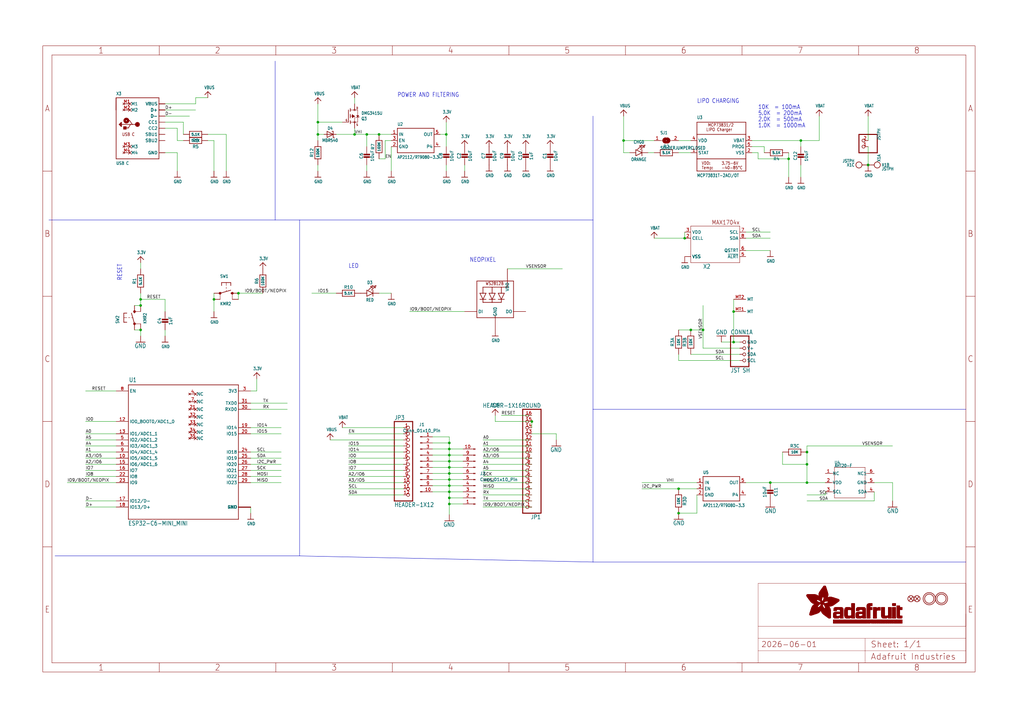
<source format=kicad_sch>
(kicad_sch (version 20231120) (generator "eeschema") (generator_version "8.0")
  (paper "User" 425.45 298.602)
  (lib_symbols
    (symbol "Adafruit Feather ESP32-C6-eagle-import:3.3V" (power)
      (symbol "3.3V_1_0"
        (pin power_in line (at 0 -2.54 90) (length 2.54) (name "3.3V") (number "1"))
      )
    )
    (symbol "Adafruit Feather ESP32-C6-eagle-import:AHT20"
      (property "Reference" "U" (at -6.35 7.62 0))
      (symbol "AHT20_1_0"
        (pin bidirectional line (at -10.16 3.81 0) (length 2.54) (name "NC") (number "1"))
        (pin bidirectional line (at -10.16 0 0) (length 2.54) (name "VDD") (number "2"))
        (pin bidirectional line (at -10.16 -3.81 0) (length 2.54) (name "SCL") (number "3"))
        (pin bidirectional line (at 10.16 -3.81 180) (length 2.54) (name "SDA") (number "4"))
        (pin bidirectional line (at 10.16 0 180) (length 2.54) (name "GND") (number "5"))
        (pin bidirectional line (at 10.16 3.81 180) (length 2.54) (name "NC1") (number "6"))
      )
    )
    (symbol "Adafruit Feather ESP32-C6-eagle-import:CAP_CERAMIC0603_NO"
      (property "Reference" "C" (at -2.29 1.25 90))
      (symbol "CAP_CERAMIC0603_NO_1_0"
        (pin passive line (at 0 5.08 270) (length 2.54) (name "1") (number "1"))
        (pin passive line (at 0 -2.54 90) (length 2.54) (name "2") (number "2"))
      )
    )
    (symbol "Adafruit Feather ESP32-C6-eagle-import:CAP_CERAMIC0805-NOOUTLINE"
      (property "Reference" "C" (at -2.29 1.25 90))
      (symbol "CAP_CERAMIC0805-NOOUTLINE_1_0"
        (pin passive line (at 0 5.08 270) (length 2.54) (name "1") (number "1"))
        (pin passive line (at 0 -2.54 90) (length 2.54) (name "2") (number "2"))
      )
    )
    (symbol "Adafruit Feather ESP32-C6-eagle-import:CAP_CERAMIC_0805MP"
      (property "Reference" "C" (at -2.29 1.25 90))
      (symbol "CAP_CERAMIC_0805MP_1_0"
        (pin passive line (at 0 5.08 270) (length 2.54) (name "1") (number "1"))
        (pin passive line (at 0 -2.54 90) (length 2.54) (name "2") (number "2"))
      )
    )
    (symbol "Adafruit Feather ESP32-C6-eagle-import:CON_JST_PH_2PIN_MT_BATT"
      (property "Reference" "X" (at 0 5.588 90))
      (symbol "CON_JST_PH_2PIN_MT_BATT_1_0"
        (pin passive inverted (at -2.54 2.54 0) (length 2.54) (name "1") (number "1"))
        (pin passive inverted (at -2.54 0 0) (length 2.54) (name "2") (number "2"))
      )
      (symbol "CON_JST_PH_2PIN_MT_BATT_2_0"
        (pin bidirectional line (at 0 0 90) (length 2.54) (name "P$1") (number "NC2"))
      )
      (symbol "CON_JST_PH_2PIN_MT_BATT_3_0"
        (pin bidirectional line (at 0 0 90) (length 2.54) (name "P$1") (number "NC1"))
      )
    )
    (symbol "Adafruit Feather ESP32-C6-eagle-import:DIODE-SCHOTTKYSOD-123"
      (property "Reference" "D" (at 0 2.54 0))
      (symbol "DIODE-SCHOTTKYSOD-123_1_0"
        (pin passive line (at -2.54 0 0) (length 2.54) (name "A") (number "A"))
        (pin passive line (at 2.54 0 180) (length 2.54) (name "C") (number "C"))
      )
    )
    (symbol "Adafruit Feather ESP32-C6-eagle-import:ESP32-C6-MINI_MINI"
      (property "Reference" "U1" (at -22.6559 29.0545 0))
      (property "Value" "ESP32-C6-MINI_MINI" (at -22.9067 -30.5881 0))
      (symbol "ESP32-C6-MINI_MINI_1_0"
        (pin power_in line (at 27.94 -22.86 180) (length 5.08) (name "GND") (number "1"))
        (pin bidirectional line (at -27.94 -2.54 0) (length 5.08) (name "IO5/ADC1_5") (number "10"))
        (pin power_in line (at 27.94 -22.86 180) (length 5.08) (name "GND") (number "11"))
        (pin bidirectional line (at -27.94 12.7 0) (length 5.08) (name "IO0_BOOT0/ADC1_0") (number "12"))
        (pin bidirectional line (at -27.94 7.62 0) (length 5.08) (name "IO1/ADC1_1") (number "13"))
        (pin power_in line (at 27.94 -22.86 180) (length 5.08) (name "GND") (number "14"))
        (pin bidirectional line (at -27.94 -5.08 0) (length 5.08) (name "IO6/ADC1_6") (number "15"))
        (pin bidirectional line (at -27.94 -7.62 0) (length 5.08) (name "IO7") (number "16"))
        (pin bidirectional line (at -27.94 -20.32 0) (length 5.08) (name "IO12/D-") (number "17"))
        (pin bidirectional line (at -27.94 -22.86 0) (length 5.08) (name "IO13/D+") (number "18"))
        (pin bidirectional line (at 27.94 10.16 180) (length 5.08) (name "IO14") (number "19"))
        (pin power_in line (at 27.94 -22.86 180) (length 5.08) (name "GND") (number "2"))
        (pin bidirectional line (at 27.94 7.62 180) (length 5.08) (name "IO15") (number "20"))
        (pin bidirectional line (at -27.94 -10.16 0) (length 5.08) (name "IO8") (number "22"))
        (pin bidirectional line (at -27.94 -12.7 0) (length 5.08) (name "IO9") (number "23"))
        (pin bidirectional line (at 27.94 0 180) (length 5.08) (name "IO18") (number "24"))
        (pin bidirectional line (at 27.94 -2.54 180) (length 5.08) (name "IO19") (number "25"))
        (pin bidirectional line (at 27.94 -5.08 180) (length 5.08) (name "IO20") (number "26"))
        (pin bidirectional line (at 27.94 -7.62 180) (length 5.08) (name "IO21") (number "27"))
        (pin bidirectional line (at 27.94 -10.16 180) (length 5.08) (name "IO22") (number "28"))
        (pin bidirectional line (at 27.94 -12.7 180) (length 5.08) (name "IO23") (number "29"))
        (pin power_in line (at 27.94 25.4 180) (length 5.08) (name "3V3") (number "3"))
        (pin bidirectional line (at 27.94 17.78 180) (length 5.08) (name "RXD0") (number "30"))
        (pin bidirectional line (at 27.94 20.32 180) (length 5.08) (name "TXD0") (number "31"))
        (pin power_in line (at 27.94 -22.86 180) (length 5.08) (name "GND") (number "36"))
        (pin power_in line (at 27.94 -22.86 180) (length 5.08) (name "GND") (number "37"))
        (pin power_in line (at 27.94 -22.86 180) (length 5.08) (name "GND") (number "38"))
        (pin power_in line (at 27.94 -22.86 180) (length 5.08) (name "GND") (number "39"))
        (pin power_in line (at 27.94 -22.86 180) (length 5.08) (name "GND") (number "40"))
        (pin power_in line (at 27.94 -22.86 180) (length 5.08) (name "GND") (number "41"))
        (pin power_in line (at 27.94 -22.86 180) (length 5.08) (name "GND") (number "42"))
        (pin power_in line (at 27.94 -22.86 180) (length 5.08) (name "GND") (number "43"))
        (pin power_in line (at 27.94 -22.86 180) (length 5.08) (name "GND") (number "44"))
        (pin power_in line (at 27.94 -22.86 180) (length 5.08) (name "GND") (number "45"))
        (pin power_in line (at 27.94 -22.86 180) (length 5.08) (name "GND") (number "46"))
        (pin power_in line (at 27.94 -22.86 180) (length 5.08) (name "GND") (number "47"))
        (pin power_in line (at 27.94 -22.86 180) (length 5.08) (name "GND") (number "48"))
        (pin power_in line (at 27.94 -22.86 180) (length 5.08) (name "GND") (number "49"))
        (pin bidirectional line (at -27.94 5.08 0) (length 5.08) (name "IO2/ADC1_2") (number "5"))
        (pin power_in line (at 27.94 -22.86 180) (length 5.08) (name "GND") (number "50"))
        (pin power_in line (at 27.94 -22.86 180) (length 5.08) (name "GND") (number "51"))
        (pin power_in line (at 27.94 -22.86 180) (length 5.08) (name "GND") (number "52"))
        (pin power_in line (at 27.94 -22.86 180) (length 5.08) (name "GND") (number "53"))
        (pin power_in line (at 27.94 -22.86 180) (length 5.08) (name "GND") (number "54"))
        (pin power_in line (at 27.94 -22.86 180) (length 5.08) (name "GND") (number "55"))
        (pin power_in line (at 27.94 -22.86 180) (length 5.08) (name "GND") (number "56"))
        (pin power_in line (at 27.94 -22.86 180) (length 5.08) (name "GND") (number "57"))
        (pin power_in line (at 27.94 -22.86 180) (length 5.08) (name "GND") (number "58"))
        (pin power_in line (at 27.94 -22.86 180) (length 5.08) (name "GND") (number "59"))
        (pin bidirectional line (at -27.94 2.54 0) (length 5.08) (name "IO3/ADC1_3") (number "6"))
        (pin power_in line (at 27.94 -22.86 180) (length 5.08) (name "GND") (number "60"))
        (pin power_in line (at 27.94 -22.86 180) (length 5.08) (name "GND") (number "61"))
        (pin input line (at -27.94 25.4 0) (length 5.08) (name "EN") (number "8"))
        (pin bidirectional line (at -27.94 0 0) (length 5.08) (name "IO4/ADC1_4") (number "9"))
      )
      (symbol "ESP32-C6-MINI_MINI_1_1"
        (pin no_connect non_logic (at 2.54 17.78 0) (length 2.54) (name "NC") (number "21"))
        (pin no_connect non_logic (at 2.54 14.605 0) (length 2.54) (name "NC") (number "32"))
        (pin no_connect non_logic (at 2.54 11.43 0) (length 2.54) (name "NC") (number "33"))
        (pin no_connect non_logic (at 2.54 8.255 0) (length 2.54) (name "NC") (number "34"))
        (pin no_connect non_logic (at 2.54 5.715 0) (length 2.54) (name "NC") (number "35"))
        (pin no_connect non_logic (at 2.54 24.13 0) (length 2.54) (name "NC") (number "4"))
        (pin no_connect non_logic (at 2.54 20.955 0) (length 2.54) (name "NC") (number "7"))
      )
    )
    (symbol "Adafruit Feather ESP32-C6-eagle-import:FIDUCIAL_1MM")
    (symbol "Adafruit Feather ESP32-C6-eagle-import:FRAME_A3_ADAFRUIT"
      (symbol "FRAME_A3_ADAFRUIT_1_0"
        (text "${#}/${##}" (at 357.505 10.16 0) (effects (font (size 2.54 2.54)) (justify left bottom)))
        (text "${CURRENT_DATE}" (at 298.45 10.16 0) (effects (font (size 2.286 2.286)) (justify left bottom)))
        (text "${PROJECTNAME}" (at 298.45 15.24 0) (effects (font (size 2.54 2.54)) (justify left bottom)))
        (text "1" (at 24.2094 1.905 0) (effects (font (size 2.54 2.286))))
        (text "1" (at 24.2094 258.445 0) (effects (font (size 2.54 2.286))))
        (text "2" (at 72.6281 1.905 0) (effects (font (size 2.54 2.286))))
        (text "2" (at 72.6281 258.445 0) (effects (font (size 2.54 2.286))))
        (text "3" (at 121.0469 1.905 0) (effects (font (size 2.54 2.286))))
        (text "3" (at 121.0469 258.445 0) (effects (font (size 2.54 2.286))))
        (text "4" (at 169.4656 1.905 0) (effects (font (size 2.54 2.286))))
        (text "4" (at 169.4656 258.445 0) (effects (font (size 2.54 2.286))))
        (text "5" (at 217.8844 1.905 0) (effects (font (size 2.54 2.286))))
        (text "5" (at 217.8844 258.445 0) (effects (font (size 2.54 2.286))))
        (text "6" (at 266.3031 1.905 0) (effects (font (size 2.54 2.286))))
        (text "6" (at 266.3031 258.445 0) (effects (font (size 2.54 2.286))))
        (text "7" (at 314.7219 1.905 0) (effects (font (size 2.54 2.286))))
        (text "7" (at 314.7219 258.445 0) (effects (font (size 2.54 2.286))))
        (text "8" (at 363.1406 1.905 0) (effects (font (size 2.54 2.286))))
        (text "8" (at 363.1406 258.445 0) (effects (font (size 2.54 2.286))))
        (text "A" (at 1.905 234.315 0) (effects (font (size 2.54 2.286))))
        (text "A" (at 385.445 234.315 0) (effects (font (size 2.54 2.286))))
        (text "Adafruit Industries" (at 343.916 4.953 0) (effects (font (size 2.54 2.54)) (justify left bottom)))
        (text "B" (at 1.905 182.245 0) (effects (font (size 2.54 2.286))))
        (text "B" (at 385.445 182.245 0) (effects (font (size 2.54 2.286))))
        (text "C" (at 1.905 130.175 0) (effects (font (size 2.54 2.286))))
        (text "C" (at 385.445 130.175 0) (effects (font (size 2.54 2.286))))
        (text "D" (at 1.905 78.105 0) (effects (font (size 2.54 2.286))))
        (text "D" (at 385.445 78.105 0) (effects (font (size 2.54 2.286))))
        (text "E" (at 1.905 26.035 0) (effects (font (size 2.54 2.286))))
        (text "E" (at 385.445 26.035 0) (effects (font (size 2.54 2.286))))
        (text "Sheet:" (at 343.916 10.033 0) (effects (font (size 2.54 2.54)) (justify left bottom)))
      )
    )
    (symbol "Adafruit Feather ESP32-C6-eagle-import:GND" (power)
      (symbol "GND_1_0"
        (pin power_in line (at 0 2.54 270) (length 2.54) (name "GND") (number "1"))
      )
    )
    (symbol "Adafruit Feather ESP32-C6-eagle-import:HEADER-1X12"
      (property "Reference" "JP" (at -6.35 18.415 0))
      (symbol "HEADER-1X12_1_0"
        (pin passive inverted (at -2.54 15.24 0) (length 2.54) (name "1") (number "1"))
        (pin passive inverted (at -2.54 -7.62 0) (length 2.54) (name "10") (number "10"))
        (pin passive inverted (at -2.54 -10.16 0) (length 2.54) (name "11") (number "11"))
        (pin passive inverted (at -2.54 -12.7 0) (length 2.54) (name "12") (number "12"))
        (pin passive inverted (at -2.54 12.7 0) (length 2.54) (name "2") (number "2"))
        (pin passive inverted (at -2.54 10.16 0) (length 2.54) (name "3") (number "3"))
        (pin passive inverted (at -2.54 7.62 0) (length 2.54) (name "4") (number "4"))
        (pin passive inverted (at -2.54 5.08 0) (length 2.54) (name "5") (number "5"))
        (pin passive inverted (at -2.54 2.54 0) (length 2.54) (name "6") (number "6"))
        (pin passive inverted (at -2.54 0 0) (length 2.54) (name "7") (number "7"))
        (pin passive inverted (at -2.54 -2.54 0) (length 2.54) (name "8") (number "8"))
        (pin passive inverted (at -2.54 -5.08 0) (length 2.54) (name "9") (number "9"))
      )
    )
    (symbol "Adafruit Feather ESP32-C6-eagle-import:HEADER-1X16ROUND"
      (property "Reference" "JP" (at -6.35 20.955 0))
      (symbol "HEADER-1X16ROUND_1_0"
        (pin passive inverted (at -2.54 17.78 0) (length 2.54) (name "1") (number "1"))
        (pin passive inverted (at -2.54 -5.08 0) (length 2.54) (name "10") (number "10"))
        (pin passive inverted (at -2.54 -7.62 0) (length 2.54) (name "11") (number "11"))
        (pin passive inverted (at -2.54 -10.16 0) (length 2.54) (name "12") (number "12"))
        (pin passive inverted (at -2.54 -12.7 0) (length 2.54) (name "13") (number "13"))
        (pin passive inverted (at -2.54 -15.24 0) (length 2.54) (name "14") (number "14"))
        (pin passive inverted (at -2.54 -17.78 0) (length 2.54) (name "15") (number "15"))
        (pin passive inverted (at -2.54 -20.32 0) (length 2.54) (name "16") (number "16"))
        (pin passive inverted (at -2.54 15.24 0) (length 2.54) (name "2") (number "2"))
        (pin passive inverted (at -2.54 12.7 0) (length 2.54) (name "3") (number "3"))
        (pin passive inverted (at -2.54 10.16 0) (length 2.54) (name "4") (number "4"))
        (pin passive inverted (at -2.54 7.62 0) (length 2.54) (name "5") (number "5"))
        (pin passive inverted (at -2.54 5.08 0) (length 2.54) (name "6") (number "6"))
        (pin passive inverted (at -2.54 2.54 0) (length 2.54) (name "7") (number "7"))
        (pin passive inverted (at -2.54 0 0) (length 2.54) (name "8") (number "8"))
        (pin passive inverted (at -2.54 -2.54 0) (length 2.54) (name "9") (number "9"))
      )
    )
    (symbol "Adafruit Feather ESP32-C6-eagle-import:LED0603_NOOUTLINE"
      (property "Reference" "D" (at -1.27 4.445 0))
      (symbol "LED0603_NOOUTLINE_1_0"
        (pin passive line (at -5.08 0 0) (length 2.54) (name "A") (number "A"))
        (pin passive line (at 2.54 0 180) (length 2.54) (name "C") (number "C"))
      )
    )
    (symbol "Adafruit Feather ESP32-C6-eagle-import:MAX17048/T"
      (property "Reference" "X" (at -5.08 -10.16 0))
      (symbol "MAX17048/T_1_0"
        (text "MAX1704x" (at 10.16 10.16 0) (effects (font (size 1.778 1.5113)) (justify right top)))
        (pin power_in line (at -12.7 -5.08 0) (length 2.54) (name "VSS") (number "1"))
        (pin power_in line (at -12.7 2.54 0) (length 2.54) (name "CELL") (number "2"))
        (pin power_in line (at -12.7 5.08 0) (length 2.54) (name "VDD") (number "3"))
        (pin power_in line (at -12.7 -5.08 0) (length 2.54) (name "VSS") (number "4"))
        (pin output line (at 12.7 -5.08 180) (length 2.54) (name "~{ALRT}") (number "5"))
        (pin input line (at 12.7 -2.54 180) (length 2.54) (name "QSTRT") (number "6"))
        (pin bidirectional line (at 12.7 5.08 180) (length 2.54) (name "SCL") (number "7"))
        (pin bidirectional line (at 12.7 2.54 180) (length 2.54) (name "SDA") (number "8"))
        (pin power_in line (at -12.7 -5.08 0) (length 2.54) (name "VSS") (number "THERMAL"))
      )
    )
    (symbol "Adafruit Feather ESP32-C6-eagle-import:MCP73831/2"
      (property "Reference" "U" (at -10.16 11.43 0))
      (symbol "MCP73831/2_1_0"
        (text "-40-85°C" (at 0 -9.525 0) (effects (font (size 1.27 1.0795)) (justify left bottom)))
        (text "3.75-6V" (at 0 -7.62 0) (effects (font (size 1.27 1.0795)) (justify left bottom)))
        (text "LIPO Charger" (at -6.35 6.35 0) (effects (font (size 1.27 1.0795)) (justify left bottom)))
        (text "MCP73831/2" (at -5.715 8.255 0) (effects (font (size 1.27 1.0795)) (justify left bottom)))
        (text "Temp:" (at -8.255 -9.525 0) (effects (font (size 1.27 1.0795)) (justify left bottom)))
        (text "VDD:" (at -8.255 -7.62 0) (effects (font (size 1.27 1.0795)) (justify left bottom)))
        (pin output line (at -12.7 -2.54 0) (length 2.54) (name "STAT") (number "1"))
        (pin power_in line (at 12.7 -2.54 180) (length 2.54) (name "VSS") (number "2"))
        (pin power_in line (at 12.7 2.54 180) (length 2.54) (name "VBAT") (number "3"))
        (pin power_in line (at -12.7 2.54 0) (length 2.54) (name "VDD") (number "4"))
        (pin input line (at 12.7 0 180) (length 2.54) (name "PROG") (number "5"))
      )
    )
    (symbol "Adafruit Feather ESP32-C6-eagle-import:MOSFET-P"
      (property "Reference" "Q" (at 2.794 0.381 0))
      (symbol "MOSFET-P_1_0"
        (text "D" (at 0.635 -3.81 0) (effects (font (size 0.8128 0.6908)) (justify left bottom)))
        (text "G" (at -3.81 1.27 0) (effects (font (size 0.8128 0.6908)) (justify left bottom)))
        (text "S" (at 0.635 3.175 0) (effects (font (size 0.8128 0.6908)) (justify left bottom)))
        (pin passive line (at -5.08 2.54 0) (length 2.54) (name "G") (number "1"))
        (pin passive line (at 0 5.08 270) (length 2.54) (name "S") (number "2"))
        (pin passive line (at 0 -5.08 90) (length 2.54) (name "D") (number "3"))
      )
    )
    (symbol "Adafruit Feather ESP32-C6-eagle-import:MOUNTINGHOLE2.5")
    (symbol "Adafruit Feather ESP32-C6-eagle-import:RESISTOR_0603_NOOUT"
      (property "Reference" "R" (at 0 2.54 0))
      (symbol "RESISTOR_0603_NOOUT_1_0"
        (pin passive line (at -5.08 0 0) (length 2.54) (name "1") (number "1"))
        (pin passive line (at 5.08 0 180) (length 2.54) (name "2") (number "2"))
      )
    )
    (symbol "Adafruit Feather ESP32-C6-eagle-import:RESISTOR_4PACK"
      (property "Reference" "R" (at 0 2.54 0))
      (symbol "RESISTOR_4PACK_1_0"
        (pin passive line (at -5.08 0 0) (length 2.54) (name "1") (number "1"))
        (pin passive line (at 5.08 0 180) (length 2.54) (name "2") (number "8"))
      )
      (symbol "RESISTOR_4PACK_2_0"
        (pin passive line (at -5.08 0 0) (length 2.54) (name "1") (number "2"))
        (pin passive line (at 5.08 0 180) (length 2.54) (name "2") (number "7"))
      )
      (symbol "RESISTOR_4PACK_3_0"
        (pin passive line (at -5.08 0 0) (length 2.54) (name "1") (number "3"))
        (pin passive line (at 5.08 0 180) (length 2.54) (name "2") (number "6"))
      )
      (symbol "RESISTOR_4PACK_4_0"
        (pin passive line (at -5.08 0 0) (length 2.54) (name "1") (number "4"))
        (pin passive line (at 5.08 0 180) (length 2.54) (name "2") (number "5"))
      )
    )
    (symbol "Adafruit Feather ESP32-C6-eagle-import:SOLDERJUMPERCLOSED"
      (property "Reference" "SJ" (at -2.54 2.54 0))
      (symbol "SOLDERJUMPERCLOSED_1_0"
        (pin passive line (at -5.08 0 0) (length 2.54) (name "1") (number "1"))
        (pin passive line (at 5.08 0 180) (length 2.54) (name "2") (number "2"))
      )
    )
    (symbol "Adafruit Feather ESP32-C6-eagle-import:STEMMA_I2C_QTRA"
      (symbol "STEMMA_I2C_QTRA_1_0"
        (pin passive inverted (at 0 5.08 0) (length 2.54) (name "GND") (number "1"))
        (pin passive inverted (at 0 2.54 0) (length 2.54) (name "V+") (number "2"))
        (pin passive inverted (at 0 0 0) (length 2.54) (name "SDA") (number "3"))
        (pin passive inverted (at 0 -2.54 0) (length 2.54) (name "SCL") (number "4"))
      )
      (symbol "STEMMA_I2C_QTRA_2_0"
        (pin bidirectional line (at 0 0 0) (length 5.08) (name "MT") (number "MT1"))
      )
      (symbol "STEMMA_I2C_QTRA_3_0"
        (pin bidirectional line (at 0 0 0) (length 5.08) (name "MT") (number "MT2"))
      )
    )
    (symbol "Adafruit Feather ESP32-C6-eagle-import:SWITCH_TACT_SMT_RKB2"
      (property "Reference" "SW" (at -2.54 6.35 0))
      (symbol "SWITCH_TACT_SMT_RKB2_1_0"
        (pin passive line (at -5.08 0 0) (length 2.54) (name "P") (number "A"))
        (pin passive line (at -5.08 -2.54 0) (length 2.54) (name "P1") (number "A'"))
        (pin passive line (at 5.08 0 180) (length 2.54) (name "S") (number "B"))
        (pin passive line (at 5.08 -2.54 180) (length 2.54) (name "S1") (number "B'"))
      )
    )
    (symbol "Adafruit Feather ESP32-C6-eagle-import:USB_C"
      (property "Reference" "X3" (at -10.16 13.716 0))
      (property "Value" "USB C" (at -10.16 -15.24 0))
      (symbol "USB_C_1_0"
        (text "USB C" (at -5.08 -2.54 0) (effects (font (size 1.27 1.0795))))
        (pin power_in line (at 10.16 -10.16 180) (length 2.54) (name "GND") (number "A1B12"))
        (pin power_in line (at 10.16 10.16 180) (length 2.54) (name "VBUS") (number "A4B9"))
        (pin bidirectional line (at 10.16 2.54 180) (length 2.54) (name "CC1") (number "A5"))
        (pin bidirectional line (at 10.16 7.62 180) (length 2.54) (name "D+") (number "A6"))
        (pin bidirectional line (at 10.16 5.08 180) (length 2.54) (name "D-") (number "A7"))
        (pin bidirectional line (at 10.16 -2.54 180) (length 2.54) (name "SBU1") (number "A8"))
        (pin power_in line (at 10.16 -10.16 180) (length 2.54) (name "GND") (number "B1A12"))
        (pin power_in line (at 10.16 10.16 180) (length 2.54) (name "VBUS") (number "B4A9"))
        (pin bidirectional line (at 10.16 0 180) (length 2.54) (name "CC2") (number "B5"))
        (pin bidirectional line (at 10.16 7.62 180) (length 2.54) (name "D+") (number "B6"))
        (pin bidirectional line (at 10.16 5.08 180) (length 2.54) (name "D-") (number "B7"))
        (pin bidirectional line (at 10.16 -5.08 180) (length 2.54) (name "SBU2") (number "B8"))
      )
      (symbol "USB_C_1_1"
        (pin no_connect non_logic (at -6.985 10.16 0) (length 2.54) (name "M1") (number "M1"))
        (pin no_connect non_logic (at -6.985 7.62 0) (length 2.54) (name "M2") (number "M2"))
        (pin no_connect non_logic (at -6.985 -7.62 0) (length 2.54) (name "M3") (number "M3"))
        (pin no_connect non_logic (at -6.985 -10.16 0) (length 2.54) (name "M4") (number "M4"))
      )
    )
    (symbol "Adafruit Feather ESP32-C6-eagle-import:VBAT" (power)
      (symbol "VBAT_1_0"
        (pin power_in line (at 0 -2.54 90) (length 2.54) (name "VBAT") (number "1"))
      )
    )
    (symbol "Adafruit Feather ESP32-C6-eagle-import:VBUS" (power)
      (symbol "VBUS_1_0"
        (pin power_in line (at 0 -2.54 90) (length 2.54) (name "VBUS") (number "1"))
      )
    )
    (symbol "Adafruit Feather ESP32-C6-eagle-import:VREG_SOT23-5"
      (property "Reference" "U" (at -7.62 6.096 0))
      (symbol "VREG_SOT23-5_1_0"
        (pin power_in line (at -10.16 2.54 0) (length 2.54) (name "IN") (number "1"))
        (pin power_in line (at -10.16 -2.54 0) (length 2.54) (name "GND") (number "2"))
        (pin input line (at -10.16 0 0) (length 2.54) (name "EN") (number "3"))
        (pin bidirectional line (at 10.16 -2.54 180) (length 2.54) (name "P4") (number "4"))
        (pin power_in line (at 10.16 2.54 180) (length 2.54) (name "OUT") (number "5"))
      )
    )
    (symbol "Adafruit Feather ESP32-C6-eagle-import:WS2812B_3535FULL"
      (symbol "WS2812B_3535FULL_1_0"
        (text "WS2812B" (at -4.064 8.382 0) (effects (font (size 1.27 1.0795)) (justify left bottom)))
        (pin input line (at -12.7 -2.54 0) (length 5.08) (name "DI") (number "1"))
        (pin power_in line (at 5.08 15.24 270) (length 5.08) (name "VDD") (number "2"))
        (pin output line (at 12.7 -2.54 180) (length 5.08) (name "DO") (number "3"))
        (pin power_in line (at 0 -10.16 90) (length 5.08) (name "GND") (number "4"))
      )
    )
    (symbol "Adafruit Feather ESP32-C6-eagle-import:supply1_GND" (power)
      (symbol "supply1_GND_1_0"
        (pin power_in line (at 0 2.54 270) (length 2.54) (name "GND") (number "1"))
      )
    )
    (symbol "Connector:Conn_01x10_Pin" (pin_names (offset 1.016) hide)
      (property "Reference" "J" (at 0 12.7 0))
      (property "Value" "Conn_01x10_Pin" (at 0 -15.24 0))
      (symbol "Conn_01x10_Pin_1_1"
        (pin passive line (at 5.08 10.16 180) (length 3.81) (name "Pin_1") (number "1"))
        (pin passive line (at 5.08 -12.7 180) (length 3.81) (name "Pin_10") (number "10"))
        (pin passive line (at 5.08 7.62 180) (length 3.81) (name "Pin_2") (number "2"))
        (pin passive line (at 5.08 5.08 180) (length 3.81) (name "Pin_3") (number "3"))
        (pin passive line (at 5.08 2.54 180) (length 3.81) (name "Pin_4") (number "4"))
        (pin passive line (at 5.08 0 180) (length 3.81) (name "Pin_5") (number "5"))
        (pin passive line (at 5.08 -2.54 180) (length 3.81) (name "Pin_6") (number "6"))
        (pin passive line (at 5.08 -5.08 180) (length 3.81) (name "Pin_7") (number "7"))
        (pin passive line (at 5.08 -7.62 180) (length 3.81) (name "Pin_8") (number "8"))
        (pin passive line (at 5.08 -10.16 180) (length 3.81) (name "Pin_9") (number "9"))
      )
    )
  )
  (junction (at 335.28 193.04))
  (junction (at 157.48 55.88))
  (junction (at 88.9 124.46))
  (junction (at 152.4 55.88))
  (junction (at 186.69 189.23))
  (junction (at 360.68 68.58))
  (junction (at 304.8 129.54))
  (junction (at 335.28 187.96))
  (junction (at 58.42 124.46))
  (junction (at 186.69 191.77))
  (junction (at 132.08 50.8))
  (junction (at 186.69 186.69))
  (junction (at 186.69 209.55))
  (junction (at 281.94 213.36))
  (junction (at 335.28 200.66))
  (junction (at 186.69 201.93))
  (junction (at 304.8 142.24))
  (junction (at 186.69 196.85))
  (junction (at 132.08 55.88))
  (junction (at 320.04 200.66))
  (junction (at 220.98 175.26))
  (junction (at 284.48 99.06))
  (junction (at 185.42 55.88))
  (junction (at 99.06 121.92))
  (junction (at 259.08 58.42))
  (junction (at 58.42 137.16))
  (junction (at 186.69 194.31))
  (junction (at 292.1 137.16))
  (junction (at 287.02 137.16))
  (junction (at 281.94 203.2))
  (junction (at 186.69 204.47))
  (junction (at 186.69 207.01))
  (junction (at 147.32 55.88))
  (junction (at 186.69 184.15))
  (junction (at 186.69 199.39))
  (junction (at 327.66 66.04))
  (junction (at 58.42 127))
  (junction (at 332.74 58.42))
  (wire (pts (xy 58.42 127) (xy 55.88 127)) (stroke (width 0.1524)))
  (wire (pts (xy 269.24 63.5) (xy 271.78 63.5)) (stroke (width 0.1524)))
  (wire (pts (xy 325.12 193.04) (xy 335.28 193.04)) (stroke (width 0.1524)))
  (wire (pts (xy 167.64 182.88) (xy 137.16 182.88)) (stroke (width 0.1524)))
  (wire (pts (xy 186.69 204.47) (xy 186.69 201.93)))
  (wire (pts (xy 186.69 189.23) (xy 186.69 186.69)))
  (wire (pts (xy 309.88 99.06) (xy 320.04 99.06)) (stroke (width 0.1524)))
  (wire (pts (xy 220.98 205.74) (xy 200.66 205.74)) (stroke (width 0.1524)))
  (wire (pts (xy 48.26 190.5) (xy 35.56 190.5)) (stroke (width 0.1524)))
  (wire (pts (xy 48.26 175.26) (xy 35.56 175.26)) (stroke (width 0.1524)))
  (wire (pts (xy 292.1 144.78) (xy 307.34 144.78)) (stroke (width 0.1524)))
  (wire (pts (xy 81.28 40.64) (xy 86.36 40.64)) (stroke (width 0.1524)))
  (wire (pts (xy 152.4 68.58) (xy 152.4 71.12)) (stroke (width 0.1524)))
  (wire (pts (xy 104.14 162.56) (xy 106.68 162.56)) (stroke (width 0.1524)))
  (wire (pts (xy 132.08 71.12) (xy 132.08 68.58)) (stroke (width 0.1524)))
  (wire (pts (xy 81.28 43.18) (xy 81.28 40.64)) (stroke (width 0.1524)))
  (wire (pts (xy 304.8 142.24) (xy 299.72 142.24)) (stroke (width 0.1524)))
  (wire (pts (xy 104.14 177.8) (xy 116.84 177.8)) (stroke (width 0.1524)))
  (wire (pts (xy 186.69 191.77) (xy 192.405 191.77)))
  (wire (pts (xy 88.9 124.46) (xy 88.9 129.54)) (stroke (width 0.1524)))
  (wire (pts (xy 179.705 199.39) (xy 186.69 199.39)))
  (wire (pts (xy 314.96 66.04) (xy 327.66 66.04)) (stroke (width 0.1524)))
  (wire (pts (xy 132.08 50.8) (xy 132.08 43.18)) (stroke (width 0.1524)))
  (wire (pts (xy 132.08 58.42) (xy 132.08 55.88)) (stroke (width 0.1524)))
  (wire (pts (xy 325.12 187.96) (xy 325.12 193.04)) (stroke (width 0.1524)))
  (wire (pts (xy 68.58 43.18) (xy 81.28 43.18)) (stroke (width 0.1524)))
  (wire (pts (xy 86.36 58.42) (xy 88.9 58.42)) (stroke (width 0.1524)))
  (polyline (pts (xy 246.38 233.68) (xy 246.38 170.18)) (stroke (width 0.1524) (type solid)))
  (wire (pts (xy 142.24 177.8) (xy 167.64 177.8)) (stroke (width 0.1524)))
  (wire (pts (xy 68.58 129.54) (xy 68.58 124.46)) (stroke (width 0.1524)))
  (polyline (pts (xy 246.38 91.44) (xy 114.3 91.44)) (stroke (width 0.1524) (type solid)))
  (wire (pts (xy 73.66 71.12) (xy 73.66 63.5)) (stroke (width 0.1524)))
  (wire (pts (xy 68.58 53.34) (xy 73.66 53.34)) (stroke (width 0.1524)))
  (wire (pts (xy 327.66 63.5) (xy 327.66 66.04)) (stroke (width 0.1524)))
  (wire (pts (xy 185.42 68.58) (xy 185.42 71.12)) (stroke (width 0.1524)))
  (wire (pts (xy 304.8 124.46) (xy 304.8 129.54)) (stroke (width 0.1524)))
  (wire (pts (xy 144.78 180.34) (xy 167.64 180.34)) (stroke (width 0.1524)))
  (wire (pts (xy 157.48 121.92) (xy 162.56 121.92)) (stroke (width 0.1524)))
  (wire (pts (xy 186.69 186.69) (xy 186.69 184.15)))
  (wire (pts (xy 182.88 55.88) (xy 185.42 55.88)) (stroke (width 0.1524)))
  (wire (pts (xy 48.26 193.04) (xy 35.56 193.04)) (stroke (width 0.1524)))
  (wire (pts (xy 304.8 129.54) (xy 304.8 142.24)) (stroke (width 0.1524)))
  (wire (pts (xy 335.28 200.66) (xy 320.04 200.66)) (stroke (width 0.1524)))
  (wire (pts (xy 186.69 201.93) (xy 186.69 199.39)))
  (wire (pts (xy 104.14 210.82) (xy 104.14 213.36)) (stroke (width 0.1524)))
  (wire (pts (xy 35.56 187.96) (xy 48.26 187.96)) (stroke (width 0.1524)))
  (wire (pts (xy 186.69 207.01) (xy 186.69 204.47)))
  (wire (pts (xy 335.28 208.28) (xy 363.22 208.28)) (stroke (width 0.1524)))
  (wire (pts (xy 186.69 213.995) (xy 186.69 209.55)))
  (wire (pts (xy 160.02 58.42) (xy 162.56 58.42)) (stroke (width 0.1524)))
  (wire (pts (xy 144.78 187.96) (xy 167.64 187.96)) (stroke (width 0.1524)))
  (wire (pts (xy 48.26 200.66) (xy 27.94 200.66)) (stroke (width 0.1524)))
  (wire (pts (xy 58.42 121.92) (xy 58.42 124.46)) (stroke (width 0.1524)))
  (wire (pts (xy 281.94 58.42) (xy 287.02 58.42)) (stroke (width 0.1524)))
  (wire (pts (xy 186.69 191.77) (xy 186.69 189.23)))
  (wire (pts (xy 88.9 121.92) (xy 88.9 124.46)) (stroke (width 0.1524)))
  (wire (pts (xy 200.66 208.28) (xy 220.98 208.28)) (stroke (width 0.1524)))
  (wire (pts (xy 281.94 137.16) (xy 287.02 137.16)) (stroke (width 0.1524)))
  (wire (pts (xy 210.82 111.76) (xy 233.68 111.76)) (stroke (width 0.1524)))
  (wire (pts (xy 167.64 203.2) (xy 144.78 203.2)) (stroke (width 0.1524)))
  (polyline (pts (xy 246.38 233.68) (xy 124.46 231.14)) (stroke (width 0.1524) (type solid)))
  (wire (pts (xy 48.26 162.56) (xy 35.56 162.56)) (stroke (width 0.1524)))
  (wire (pts (xy 179.705 201.93) (xy 186.69 201.93)))
  (wire (pts (xy 287.02 137.16) (xy 292.1 137.16)) (stroke (width 0.1524)))
  (wire (pts (xy 147.32 55.88) (xy 152.4 55.88)) (stroke (width 0.1524)))
  (wire (pts (xy 132.08 55.88) (xy 132.08 50.8)) (stroke (width 0.1524)))
  (wire (pts (xy 335.28 185.42) (xy 335.28 187.96)) (stroke (width 0.1524)))
  (wire (pts (xy 335.28 193.04) (xy 335.28 187.96)) (stroke (width 0.1524)))
  (wire (pts (xy 340.36 48.26) (xy 340.36 58.42)) (stroke (width 0.1524)))
  (wire (pts (xy 116.84 200.66) (xy 104.14 200.66)) (stroke (width 0.1524)))
  (wire (pts (xy 58.42 109.22) (xy 58.42 111.76)) (stroke (width 0.1524)))
  (polyline (pts (xy 124.46 231.14) (xy 22.86 231.14)) (stroke (width 0.1524) (type solid)))
  (wire (pts (xy 104.14 198.12) (xy 116.84 198.12)) (stroke (width 0.1524)))
  (wire (pts (xy 104.14 190.5) (xy 116.84 190.5)) (stroke (width 0.1524)))
  (wire (pts (xy 307.34 147.32) (xy 287.02 147.32)) (stroke (width 0.1524)))
  (wire (pts (xy 186.69 209.55) (xy 186.69 207.01)))
  (wire (pts (xy 284.48 99.06) (xy 271.78 99.06)) (stroke (width 0.1524)))
  (wire (pts (xy 281.94 203.2) (xy 266.7 203.2)) (stroke (width 0.1524)))
  (wire (pts (xy 335.28 193.04) (xy 335.28 200.66)) (stroke (width 0.1524)))
  (wire (pts (xy 342.9 205.74) (xy 342.9 204.47)) (stroke (width 0.1524)))
  (wire (pts (xy 332.74 60.96) (xy 332.74 58.42)) (stroke (width 0.1524)))
  (wire (pts (xy 162.56 55.88) (xy 157.48 55.88)) (stroke (width 0.1524)))
  (wire (pts (xy 179.705 191.77) (xy 186.69 191.77)))
  (wire (pts (xy 142.24 50.8) (xy 132.08 50.8)) (stroke (width 0.1524)))
  (wire (pts (xy 360.68 48.26) (xy 360.68 58.42)) (stroke (width 0.1524)))
  (wire (pts (xy 186.69 209.55) (xy 192.405 209.55)))
  (wire (pts (xy 73.66 58.42) (xy 76.2 58.42)) (stroke (width 0.1524)))
  (wire (pts (xy 370.84 185.42) (xy 335.28 185.42)) (stroke (width 0.1524)))
  (wire (pts (xy 304.8 142.24) (xy 307.34 142.24)) (stroke (width 0.1524)))
  (wire (pts (xy 370.84 200.66) (xy 370.84 208.28)) (stroke (width 0.1524)))
  (wire (pts (xy 167.64 185.42) (xy 144.78 185.42)) (stroke (width 0.1524)))
  (wire (pts (xy 160.02 66.04) (xy 160.02 58.42)) (stroke (width 0.1524)))
  (wire (pts (xy 179.705 204.47) (xy 186.69 204.47)))
  (wire (pts (xy 363.22 200.66) (xy 370.84 200.66)) (stroke (width 0.1524)))
  (wire (pts (xy 186.69 207.01) (xy 192.405 207.01)))
  (wire (pts (xy 259.08 63.5) (xy 259.08 58.42)) (stroke (width 0.1524)))
  (wire (pts (xy 200.66 203.2) (xy 220.98 203.2)) (stroke (width 0.1524)))
  (wire (pts (xy 205.74 172.72) (xy 205.74 175.26)) (stroke (width 0.1524)))
  (wire (pts (xy 73.66 53.34) (xy 73.66 58.42)) (stroke (width 0.1524)))
  (wire (pts (xy 35.56 210.82) (xy 48.26 210.82)) (stroke (width 0.1524)))
  (wire (pts (xy 144.78 205.74) (xy 167.64 205.74)) (stroke (width 0.1524)))
  (wire (pts (xy 186.69 194.31) (xy 186.69 191.77)))
  (wire (pts (xy 106.68 162.56) (xy 106.68 157.48)) (stroke (width 0.1524)))
  (wire (pts (xy 327.66 66.04) (xy 327.66 73.66)) (stroke (width 0.1524)))
  (wire (pts (xy 186.69 184.15) (xy 186.69 181.61)))
  (wire (pts (xy 93.98 55.88) (xy 93.98 71.12)) (stroke (width 0.1524)))
  (wire (pts (xy 99.06 121.92) (xy 109.22 121.92)) (stroke (width 0.1524)))
  (wire (pts (xy 179.705 196.85) (xy 186.69 196.85)))
  (wire (pts (xy 35.56 180.34) (xy 48.26 180.34)) (stroke (width 0.1524)))
  (wire (pts (xy 231.14 180.34) (xy 231.14 182.88)) (stroke (width 0.1524)))
  (wire (pts (xy 186.69 196.85) (xy 192.405 196.85)))
  (wire (pts (xy 167.64 200.66) (xy 144.78 200.66)) (stroke (width 0.1524)))
  (wire (pts (xy 312.42 58.42) (xy 332.74 58.42)) (stroke (width 0.1524)))
  (wire (pts (xy 157.48 55.88) (xy 152.4 55.88)) (stroke (width 0.1524)))
  (wire (pts (xy 200.66 190.5) (xy 220.98 190.5)) (stroke (width 0.1524)))
  (wire (pts (xy 292.1 144.78) (xy 292.1 137.16)) (stroke (width 0.1524)))
  (wire (pts (xy 289.56 213.36) (xy 281.94 213.36)) (stroke (width 0.1524)))
  (polyline (pts (xy 20.32 91.44) (xy 114.3 91.44)) (stroke (width 0.1524) (type solid)))
  (wire (pts (xy 179.705 186.69) (xy 186.69 186.69)))
  (wire (pts (xy 35.56 208.28) (xy 48.26 208.28)) (stroke (width 0.1524)))
  (wire (pts (xy 261.62 63.5) (xy 259.08 63.5)) (stroke (width 0.1524)))
  (wire (pts (xy 58.42 137.16) (xy 58.42 139.7)) (stroke (width 0.1524)))
  (wire (pts (xy 147.32 53.34) (xy 147.32 55.88)) (stroke (width 0.1524)))
  (wire (pts (xy 259.08 48.26) (xy 259.08 58.42)) (stroke (width 0.1524)))
  (wire (pts (xy 220.98 177.8) (xy 220.98 175.26)) (stroke (width 0.1524)))
  (wire (pts (xy 104.14 167.64) (xy 119.38 167.64)) (stroke (width 0.1524)))
  (polyline (pts (xy 246.38 170.18) (xy 246.38 91.44)) (stroke (width 0.1524) (type solid)))
  (wire (pts (xy 48.26 195.58) (xy 35.56 195.58)) (stroke (width 0.1524)))
  (wire (pts (xy 332.74 68.58) (xy 332.74 73.66)) (stroke (width 0.1524)))
  (wire (pts (xy 220.98 198.12) (xy 200.66 198.12)) (stroke (width 0.1524)))
  (polyline (pts (xy 401.32 233.68) (xy 246.38 233.68)) (stroke (width 0.1524) (type solid)))
  (wire (pts (xy 363.22 208.28) (xy 363.22 204.47)) (stroke (width 0.1524)))
  (wire (pts (xy 179.705 189.23) (xy 186.69 189.23)))
  (wire (pts (xy 58.42 124.46) (xy 58.42 127)) (stroke (width 0.1524)))
  (wire (pts (xy 139.7 121.92) (xy 129.54 121.92)) (stroke (width 0.1524)))
  (wire (pts (xy 162.56 60.96) (xy 162.56 71.12)) (stroke (width 0.1524)))
  (wire (pts (xy 307.34 149.86) (xy 281.94 149.86)) (stroke (width 0.1524)))
  (wire (pts (xy 185.42 55.88) (xy 185.42 50.8)) (stroke (width 0.1524)))
  (wire (pts (xy 220.98 180.34) (xy 231.14 180.34)) (stroke (width 0.1524)))
  (wire (pts (xy 312.42 60.96) (xy 317.5 60.96)) (stroke (width 0.1524)))
  (wire (pts (xy 157.48 66.04) (xy 160.02 66.04)) (stroke (width 0.1524)))
  (wire (pts (xy 314.96 63.5) (xy 314.96 66.04)) (stroke (width 0.1524)))
  (wire (pts (xy 73.66 63.5) (xy 68.58 63.5)) (stroke (width 0.1524)))
  (wire (pts (xy 88.9 58.42) (xy 88.9 71.12)) (stroke (width 0.1524)))
  (wire (pts (xy 68.58 48.26) (xy 78.74 48.26)) (stroke (width 0.1524)))
  (wire (pts (xy 281.94 149.86) (xy 281.94 147.32)) (stroke (width 0.1524)))
  (wire (pts (xy 179.705 194.31) (xy 186.69 194.31)))
  (wire (pts (xy 220.98 182.88) (xy 200.66 182.88)) (stroke (width 0.1524)))
  (wire (pts (xy 152.4 55.88) (xy 152.4 60.96)) (stroke (width 0.1524)))
  (wire (pts (xy 317.5 60.96) (xy 317.5 63.5)) (stroke (width 0.1524)))
  (wire (pts (xy 86.36 55.88) (xy 93.98 55.88)) (stroke (width 0.1524)))
  (wire (pts (xy 193.04 129.54) (xy 170.18 129.54)) (stroke (width 0.1524)))
  (wire (pts (xy 104.14 180.34) (xy 116.84 180.34)) (stroke (width 0.1524)))
  (wire (pts (xy 342.9 200.66) (xy 335.28 200.66)) (stroke (width 0.1524)))
  (wire (pts (xy 186.69 199.39) (xy 192.405 199.39)))
  (wire (pts (xy 312.42 63.5) (xy 314.96 63.5)) (stroke (width 0.1524)))
  (wire (pts (xy 186.69 201.93) (xy 192.405 201.93)))
  (wire (pts (xy 332.74 58.42) (xy 340.36 58.42)) (stroke (width 0.1524)))
  (wire (pts (xy 104.14 195.58) (xy 116.84 195.58)) (stroke (width 0.1524)))
  (wire (pts (xy 186.69 189.23) (xy 192.405 189.23)))
  (wire (pts (xy 35.56 185.42) (xy 48.26 185.42)) (stroke (width 0.1524)))
  (wire (pts (xy 281.94 63.5) (xy 287.02 63.5)) (stroke (width 0.1524)))
  (wire (pts (xy 186.69 186.69) (xy 192.405 186.69)))
  (wire (pts (xy 144.78 195.58) (xy 167.64 195.58)) (stroke (width 0.1524)))
  (polyline (pts (xy 401.32 170.18) (xy 246.38 170.18)) (stroke (width 0.1524) (type solid)))
  (wire (pts (xy 220.98 187.96) (xy 200.66 187.96)) (stroke (width 0.1524)))
  (wire (pts (xy 284.48 96.52) (xy 284.48 99.06)) (stroke (width 0.1524)))
  (wire (pts (xy 99.06 121.92) (xy 99.06 124.46)) (stroke (width 0.1524)))
  (wire (pts (xy 186.69 204.47) (xy 192.405 204.47)))
  (wire (pts (xy 104.14 187.96) (xy 116.84 187.96)) (stroke (width 0.1524)))
  (wire (pts (xy 186.69 194.31) (xy 192.405 194.31)))
  (wire (pts (xy 220.98 185.42) (xy 200.66 185.42)) (stroke (width 0.1524)))
  (wire (pts (xy 179.705 184.15) (xy 186.69 184.15)))
  (wire (pts (xy 76.2 50.8) (xy 76.2 55.88)) (stroke (width 0.1524)))
  (wire (pts (xy 220.98 172.72) (xy 208.28 172.72)) (stroke (width 0.1524)))
  (wire (pts (xy 360.68 68.58) (xy 360.68 60.96)) (stroke (width 0.1524)))
  (wire (pts (xy 266.7 200.66) (xy 289.56 200.66)) (stroke (width 0.1524)))
  (wire (pts (xy 144.78 198.12) (xy 167.64 198.12)) (stroke (width 0.1524)))
  (wire (pts (xy 193.04 68.58) (xy 193.04 71.12)) (stroke (width 0.1524)))
  (wire (pts (xy 281.94 203.2) (xy 289.56 203.2)) (stroke (width 0.1524)))
  (wire (pts (xy 320.04 96.52) (xy 309.88 96.52)) (stroke (width 0.1524)))
  (wire (pts (xy 186.69 196.85) (xy 186.69 194.31)))
  (wire (pts (xy 144.78 193.04) (xy 167.64 193.04)) (stroke (width 0.1524)))
  (polyline (pts (xy 246.38 91.44) (xy 246.38 48.26)) (stroke (width 0.1524) (type solid)))
  (wire (pts (xy 68.58 50.8) (xy 76.2 50.8)) (stroke (width 0.1524)))
  (wire (pts (xy 179.705 181.61) (xy 186.69 181.61)))
  (wire (pts (xy 309.88 104.14) (xy 320.04 104.14)) (stroke (width 0.1524)))
  (wire (pts (xy 309.88 200.66) (xy 320.04 200.66)) (stroke (width 0.1524)))
  (wire (pts (xy 335.28 205.74) (xy 342.9 205.74)) (stroke (width 0.1524)))
  (wire (pts (xy 259.08 58.42) (xy 271.78 58.42)) (stroke (width 0.1524)))
  (wire (pts (xy 220.98 200.66) (xy 200.66 200.66)) (stroke (width 0.1524)))
  (wire (pts (xy 167.64 190.5) (xy 144.78 190.5)) (stroke (width 0.1524)))
  (wire (pts (xy 48.26 198.12) (xy 35.56 198.12)) (stroke (width 0.1524)))
  (wire (pts (xy 186.69 199.39) (xy 186.69 196.85)))
  (wire (pts (xy 220.98 193.04) (xy 200.66 193.04)) (stroke (width 0.1524)))
  (wire (pts (xy 134.62 55.88) (xy 132.08 55.88)) (stroke (width 0.1524)))
  (wire (pts (xy 289.56 205.74) (xy 289.56 213.36)) (stroke (width 0.1524)))
  (wire (pts (xy 104.14 170.18) (xy 119.38 170.18)) (stroke (width 0.1524)))
  (polyline (pts (xy 114.3 91.44) (xy 114.3 25.4)) (stroke (width 0.1524) (type solid)))
  (wire (pts (xy 205.74 175.26) (xy 220.98 175.26)) (stroke (width 0.1524)))
  (wire (pts (xy 55.88 137.16) (xy 58.42 137.16)) (stroke (width 0.1524)))
  (wire (pts (xy 35.56 182.88) (xy 48.26 182.88)) (stroke (width 0.1524)))
  (wire (pts (xy 220.98 210.82) (xy 200.66 210.82)) (stroke (width 0.1524)))
  (wire (pts (xy 58.42 124.46) (xy 68.58 124.46)) (stroke (width 0.1524)))
  (wire (pts (xy 139.7 55.88) (xy 147.32 55.88)) (stroke (width 0.1524)))
  (wire (pts (xy 185.42 60.96) (xy 185.42 55.88)) (stroke (width 0.1524)))
  (wire (pts (xy 104.14 193.04) (xy 116.84 193.04)) (stroke (width 0.1524)))
  (polyline (pts (xy 124.46 231.14) (xy 124.46 91.44)) (stroke (width 0.1524) (type solid)))
  (wire (pts (xy 220.98 195.58) (xy 200.66 195.58)) (stroke (width 0.1524)))
  (wire (pts (xy 68.58 139.7) (xy 68.58 137.16)) (stroke (width 0.1524)))
  (wire (pts (xy 292.1 137.16) (xy 292.1 127)) (stroke (width 0.1524)))
  (wire (pts (xy 147.32 40.64) (xy 147.32 43.18)) (stroke (width 0.1524)))
  (wire (pts (xy 68.58 45.72) (xy 81.28 45.72)) (stroke (width 0.1524)))
  (text "2.0K  = 500mA" (at 314.96 50.8 0) (effects (font (size 1.778 1.5113)) (justify left bottom)))
  (text "10K  = 100mA" (at 314.96 45.72 0) (effects (font (size 1.778 1.5113)) (justify left bottom)))
  (text "1.0K  = 1000mA" (at 314.96 53.34 0) (effects (font (size 1.778 1.5113)) (justify left bottom)))
  (text "RESET" (at 50.8 116.84 90) (effects (font (size 1.778 1.5113)) (justify left bottom)))
  (text "POWER AND FILTERING" (at 165.1 40.64 0) (effects (font (size 1.778 1.5113)) (justify left bottom)))
  (text "LIPO CHARGING" (at 289.56 43.18 0) (effects (font (size 1.778 1.5113)) (justify left bottom)))
  (text "5.0K  = 200mA" (at 314.96 48.26 0) (effects (font (size 1.778 1.5113)) (justify left bottom)))
  (text "NEOPIXEL" (at 200.66 109.22 0) (effects (font (size 1.778 1.5113)) (justify bottom)))
  (text "LED" (at 144.78 111.76 0) (effects (font (size 1.778 1.5113)) (justify left bottom)))
  (label "SCL" (at 340.36 205.74 0) (effects (font (size 1.2446 1.2446))))
  (label "SDA" (at 106.68 190.5 0) (effects (font (size 1.2446 1.2446))))
  (label "MISO" (at 200.66 203.2 0) (effects (font (size 1.2446 1.2446))))
  (label "A0" (at 35.56 180.34 0) (effects (font (size 1.2446 1.2446))))
  (label "SCL" (at 312.42 96.52 0) (effects (font (size 1.2446 1.2446))))
  (label "IO8" (at 144.78 193.04 0) (effects (font (size 1.2446 1.2446))))
  (label "D+" (at 68.58 45.72 0) (effects (font (size 1.2446 1.2446))))
  (label "MOSI" (at 106.68 198.12 0) (effects (font (size 1.2446 1.2446))))
  (label "VSENSOR" (at 292.1 140.97 90) (effects (font (size 1.2446 1.2446))))
  (label "VSENSOR" (at 358.14 185.42 0) (effects (font (size 1.2446 1.2446))))
  (label "IO7" (at 35.56 195.58 0) (effects (font (size 1.2446 1.2446))))
  (label "EN" (at 160.02 66.04 0) (effects (font (size 1.2446 1.2446))))
  (label "IO15" (at 144.78 185.42 0) (effects (font (size 1.2446 1.2446))))
  (label "SCL" (at 297.18 149.86 0) (effects (font (size 1.2446 1.2446))))
  (label "SCL" (at 106.68 187.96 0) (effects (font (size 1.2446 1.2446))))
  (label "I2C_PWR" (at 266.7 203.2 0) (effects (font (size 1.2446 1.2446))))
  (label "A5" (at 200.66 195.58 0) (effects (font (size 1.2446 1.2446))))
  (label "EN" (at 144.78 180.34 0) (effects (font (size 1.2446 1.2446))))
  (label "VHI" (at 276.86 200.66 0) (effects (font (size 1.2446 1.2446))))
  (label "SDA" (at 297.18 147.32 0) (effects (font (size 1.2446 1.2446))))
  (label "A4" (at 200.66 193.04 0) (effects (font (size 1.2446 1.2446))))
  (label "SDA" (at 144.78 205.74 0) (effects (font (size 1.2446 1.2446))))
  (label "IO14" (at 106.68 177.8 0) (effects (font (size 1.2446 1.2446))))
  (label "A2/IO6" (at 144.78 198.12 0) (effects (font (size 1.2446 1.2446))))
  (label "TX" (at 109.22 167.64 0) (effects (font (size 1.2446 1.2446))))
  (label "A4" (at 35.56 185.42 0) (effects (font (size 1.2446 1.2446))))
  (label "A3/IO5" (at 144.78 200.66 0) (effects (font (size 1.2446 1.2446))))
  (label "A2/IO6" (at 200.66 187.96 0) (effects (font (size 1.2446 1.2446))))
  (label "A5" (at 35.56 182.88 0) (effects (font (size 1.2446 1.2446))))
  (label "IO7" (at 144.78 195.58 0) (effects (font (size 1.2446 1.2446))))
  (label "IO9/BOOT/NEOPIX" (at 27.94 200.66 0) (effects (font (size 1.2446 1.2446))))
  (label "IO14" (at 144.78 187.96 0) (effects (font (size 1.2446 1.2446))))
  (label "IO15" (at 106.68 180.34 0) (effects (font (size 1.2446 1.2446))))
  (label "IO9/BOOT/NEOPIX" (at 101.6 121.92 0) (effects (font (size 1.2446 1.2446))))
  (label "RESET" (at 38.1 162.56 0) (effects (font (size 1.2446 1.2446))))
  (label "RX" (at 109.22 170.18 0) (effects (font (size 1.2446 1.2446))))
  (label "D-" (at 68.58 48.26 0) (effects (font (size 1.2446 1.2446))))
  (label "VHI" (at 147.32 55.88 0) (effects (font (size 1.2446 1.2446))))
  (label "SCK" (at 200.66 198.12 0) (effects (font (size 1.2446 1.2446))))
  (label "MISO" (at 106.68 200.66 0) (effects (font (size 1.2446 1.2446))))
  (label "TX" (at 200.66 208.28 0) (effects (font (size 1.2446 1.2446))))
  (label "IO0" (at 144.78 190.5 0) (effects (font (size 1.2446 1.2446))))
  (label "SCL" (at 144.78 203.2 0) (effects (font (size 1.2446 1.2446))))
  (label "IO0" (at 35.56 175.26 0) (effects (font (size 1.2446 1.2446))))
  (label "RESET" (at 208.28 172.72 0) (effects (font (size 1.2446 1.2446))))
  (label "RESET" (at 60.96 124.46 0) (effects (font (size 1.2446 1.2446))))
  (label "VSENSOR" (at 218.44 111.76 0) (effects (font (size 1.2446 1.2446))))
  (label "SDA" (at 312.42 99.06 0) (effects (font (size 1.2446 1.2446))))
  (label "D-" (at 35.56 208.28 0) (effects (font (size 1.2446 1.2446))))
  (label "D+" (at 35.56 210.82 0) (effects (font (size 1.2446 1.2446))))
  (label "A3/IO5" (at 35.56 190.5 0) (effects (font (size 1.2446 1.2446))))
  (label "MOSI" (at 200.66 200.66 0) (effects (font (size 1.2446 1.2446))))
  (label "IO9/BOOT/NEOPIX" (at 170.18 129.54 0) (effects (font (size 1.2446 1.2446))))
  (label "IO15" (at 132.08 121.92 0) (effects (font (size 1.2446 1.2446))))
  (label "SCK" (at 106.68 195.58 0) (effects (font (size 1.2446 1.2446))))
  (label "A1" (at 35.56 187.96 0) (effects (font (size 1.2446 1.2446))))
  (label "A3/IO5" (at 200.66 190.5 0) (effects (font (size 1.2446 1.2446))))
  (label "A0" (at 200.66 182.88 0) (effects (font (size 1.2446 1.2446))))
  (label "RX" (at 200.66 205.74 0) (effects (font (size 1.2446 1.2446))))
  (label "SDA" (at 340.36 208.28 0) (effects (font (size 1.2446 1.2446))))
  (label "A2/IO6" (at 35.56 193.04 0) (effects (font (size 1.2446 1.2446))))
  (label "A1" (at 200.66 185.42 0) (effects (font (size 1.2446 1.2446))))
  (label "IO9/BOOT/NEOPIX" (at 200.66 210.82 0) (effects (font (size 1.2446 1.2446))))
  (label "I2C_PWR" (at 106.68 193.04 0) (effects (font (size 1.2446 1.2446))))
  (label "IO8" (at 35.56 198.12 0) (effects (font (size 1.2446 1.2446))))
  (symbol (lib_id "Adafruit Feather ESP32-C6-eagle-import:supply1_GND") (at 231.14 185.42 0) (unit 1)
    (property "Reference" "#GND04" (effects (hide yes)))
    (property "Value" "GND" (at 228.6 187.96 0) (effects (font (size 1.778 1.5113)) (justify left bottom)))
  )
  (symbol (lib_id "Adafruit Feather ESP32-C6-eagle-import:RESISTOR_0603_NOOUT") (at 58.42 116.84 90) (unit 1)
    (property "Reference" "R1" (at 55.88 116.84 0))
    (property "Value" "5.1K" (at 58.42 116.84 0) (effects (font (size 1.016 1.016) (thickness 0.2032) (bold yes))))
    (property "Footprint" "Adafruit Feather ESP32-C6:0603-NO" (effects (hide yes)))
  )
  (symbol (lib_id "Adafruit Feather ESP32-C6-eagle-import:CAP_CERAMIC0603_NO") (at 68.58 134.62 0) (unit 1)
    (property "Reference" "C4" (at 66.29 133.37 90))
    (property "Value" "1uF" (at 70.88 133.37 90))
    (property "Footprint" "Adafruit Feather ESP32-C6:0603-NO" (effects (hide yes)))
  )
  (symbol (lib_id "Adafruit Feather ESP32-C6-eagle-import:SWITCH_TACT_SMT_RKB2") (at 55.88 132.08 90) (unit 1)
    (property "Reference" "SW2" (at 49.53 134.62 0) (effects (font (size 1.27 1.0795)) (justify left bottom)))
    (property "Value" "KMR2" (at 60.96 134.62 0) (effects (font (size 1.27 1.0795)) (justify left bottom)))
    (property "Footprint" "Adafruit Feather ESP32-C6:BTN_RKB2_4.6X2.8" (effects (hide yes)))
  )
  (symbol (lib_id "Adafruit Feather ESP32-C6-eagle-import:CON_JST_PH_2PIN_MT_BATT") (at 358.14 58.42 180) (unit 1)
    (property "Reference" "X1" (at 364.49 64.135 90) (effects (font (size 1.27 1.0795)) (justify left bottom)))
    (property "Value" "JSTPH" (at 364.49 53.34 90) (effects (font (size 1.27 1.0795)) (justify left bottom)))
    (property "Footprint" "Adafruit Feather ESP32-C6:JSTPH2_BATT" (effects (hide yes)))
  )
  (symbol (lib_id "Adafruit Feather ESP32-C6-eagle-import:GND") (at 88.9 73.66 0) (unit 1)
    (property "Reference" "#U$01" (effects (hide yes)))
    (property "Value" "GND" (at 87.376 76.2 0) (effects (font (size 1.27 1.0795)) (justify left bottom)))
  )
  (symbol (lib_id "Adafruit Feather ESP32-C6-eagle-import:LED0603_NOOUTLINE") (at 154.94 121.92 0) (unit 1)
    (property "Reference" "D3" (at 153.67 117.475 0) (effects (font (size 1.27 1.0795))))
    (property "Value" "RED" (at 153.67 124.714 0) (effects (font (size 1.27 1.0795))))
    (property "Footprint" "Adafruit Feather ESP32-C6:CHIPLED_0603_NOOUTLINE" (effects (hide yes)))
  )
  (symbol (lib_id "Adafruit Feather ESP32-C6-eagle-import:HEADER-1X16ROUND") (at 218.44 193.04 180) (unit 1)
    (property "Reference" "JP1" (at 224.79 213.995 0) (effects (font (size 1.778 1.5113)) (justify left bottom)))
    (property "Value" "HEADER-1X16ROUND" (at 224.79 167.64 0) (effects (font (size 1.778 1.5113)) (justify left bottom)))
    (property "Footprint" "Adafruit Feather ESP32-C6:1X16_ROUND" (effects (hide yes)))
  )
  (symbol (lib_id "Adafruit Feather ESP32-C6-eagle-import:GND") (at 210.82 71.12 0) (unit 1)
    (property "Reference" "#U$046" (effects (hide yes)))
    (property "Value" "GND" (at 209.296 73.66 0) (effects (font (size 1.27 1.0795)) (justify left bottom)))
  )
  (symbol (lib_id "Adafruit Feather ESP32-C6-eagle-import:RESISTOR_0603_NOOUT") (at 276.86 63.5 0) (unit 1)
    (property "Reference" "R2" (at 276.86 60.96 0))
    (property "Value" "5.1K" (at 276.86 63.5 0) (effects (font (size 1.016 1.016) (thickness 0.2032) (bold yes))))
    (property "Footprint" "Adafruit Feather ESP32-C6:0603-NO" (effects (hide yes)))
  )
  (symbol (lib_id "Adafruit Feather ESP32-C6-eagle-import:CAP_CERAMIC0603_NO") (at 218.44 66.04 0) (unit 1)
    (property "Reference" "C10" (at 216.15 64.79 90))
    (property "Value" "1uF" (at 220.74 64.79 90))
    (property "Footprint" "Adafruit Feather ESP32-C6:0603-NO" (effects (hide yes)))
  )
  (symbol (lib_id "Adafruit Feather ESP32-C6-eagle-import:VBAT") (at 147.32 38.1 0) (unit 1)
    (property "Reference" "#U$021" (effects (hide yes)))
    (property "Value" "VBAT" (at 145.796 37.084 0) (effects (font (size 1.27 1.0795)) (justify left bottom)))
  )
  (symbol (lib_id "Adafruit Feather ESP32-C6-eagle-import:GND") (at 193.04 73.66 0) (unit 1)
    (property "Reference" "#U$017" (effects (hide yes)))
    (property "Value" "GND" (at 191.516 76.2 0) (effects (font (size 1.27 1.0795)) (justify left bottom)))
  )
  (symbol (lib_id "Adafruit Feather ESP32-C6-eagle-import:CAP_CERAMIC0805-NOOUTLINE") (at 185.42 66.04 0) (unit 1)
    (property "Reference" "C8" (at 183.13 64.79 90))
    (property "Value" "10uF" (at 187.72 64.79 90))
    (property "Footprint" "Adafruit Feather ESP32-C6:0805-NO" (effects (hide yes)))
    (property "REV" "B" (effects (hide yes)))
  )
  (symbol (lib_id "Adafruit Feather ESP32-C6-eagle-import:RESISTOR_0603_NOOUT") (at 109.22 116.84 90) (unit 1)
    (property "Reference" "R6" (at 106.68 116.84 0))
    (property "Value" "100K" (at 109.22 116.84 0) (effects (font (size 1.016 1.016) (thickness 0.2032) (bold yes))))
    (property "Footprint" "Adafruit Feather ESP32-C6:0603-NO" (effects (hide yes)))
  )
  (symbol (lib_id "Adafruit Feather ESP32-C6-eagle-import:GND") (at 332.74 76.2 0) (unit 1)
    (property "Reference" "#U$033" (effects (hide yes)))
    (property "Value" "GND" (at 331.216 78.74 0) (effects (font (size 1.27 1.0795)) (justify left bottom)))
  )
  (symbol (lib_id "Adafruit Feather ESP32-C6-eagle-import:MOSFET-P") (at 147.32 48.26 0) (mirror x) (unit 1)
    (property "Reference" "Q3" (at 150.114 48.641 0) (effects (font (size 1.27 1.0795)) (justify left bottom)))
    (property "Value" "DMG3415U" (at 150.114 46.355 0) (effects (font (size 1.27 1.0795)) (justify left bottom)))
    (property "Footprint" "Adafruit Feather ESP32-C6:SOT23-R" (effects (hide yes)))
  )
  (symbol (lib_id "Adafruit Feather ESP32-C6-eagle-import:3.3V") (at 193.04 58.42 0) (unit 1)
    (property "Reference" "#U$024" (effects (hide yes)))
    (property "Value" "3.3V" (at 191.516 57.404 0) (effects (font (size 1.27 1.0795)) (justify left bottom)))
  )
  (symbol (lib_id "Adafruit Feather ESP32-C6-eagle-import:FRAME_A3_ADAFRUIT") (at 17.78 279.4 0) (unit 1)
    (property "Reference" "#U$40" (effects (hide yes)))
    (property "Value" "FRAME_A3_ADAFRUIT" (effects (hide yes)))
  )
  (symbol (lib_id "Adafruit Feather ESP32-C6-eagle-import:RESISTOR_4PACK") (at 281.94 208.28 270) (mirror x) (unit 4)
    (property "Reference" "R3" (at 284.48 208.28 0))
    (property "Value" "10K" (at 281.94 208.28 0) (effects (font (size 1.016 1.016) (thickness 0.2032) (bold yes))))
    (property "Footprint" "Adafruit Feather ESP32-C6:RESPACK_4X0603" (effects (hide yes)))
  )
  (symbol (lib_id "Adafruit Feather ESP32-C6-eagle-import:CAP_CERAMIC0805-NOOUTLINE") (at 203.2 66.04 0) (unit 1)
    (property "Reference" "C7" (at 200.91 64.79 90))
    (property "Value" "10uF" (at 205.5 64.79 90))
    (property "Footprint" "Adafruit Feather ESP32-C6:0805-NO" (effects (hide yes)))
  )
  (symbol (lib_id "Adafruit Feather ESP32-C6-eagle-import:supply1_GND") (at 299.72 139.7 180) (unit 1)
    (property "Reference" "#GND01" (effects (hide yes)))
    (property "Value" "GND" (at 302.26 137.16 0) (effects (font (size 1.778 1.5113)) (justify left bottom)))
  )
  (symbol (lib_id "Adafruit Feather ESP32-C6-eagle-import:CAP_CERAMIC0805-NOOUTLINE") (at 228.6 66.04 0) (unit 1)
    (property "Reference" "C1" (at 226.31 64.79 90))
    (property "Value" "10uF" (at 230.9 64.79 90))
    (property "Footprint" "Adafruit Feather ESP32-C6:0805-NO" (effects (hide yes)))
  )
  (symbol (lib_id "Adafruit Feather ESP32-C6-eagle-import:ESP32-C6-MINI_MINI") (at 76.2 187.96 0) (unit 1)
    (property "Reference" "U1" (at 53.5441 158.9055 0) (effects (font (size 1.778 1.5113)) (justify left bottom)))
    (property "Value" "ESP32-C6-MINI_MINI" (at 53.2933 218.5481 0) (effects (font (size 1.778 1.5113)) (justify left bottom)))
    (property "Footprint" "Adafruit Feather ESP32-C6:ESP32-PICO-MINI" (effects (hide yes)))
  )
  (symbol (lib_id "Adafruit Feather ESP32-C6-eagle-import:GND") (at 132.08 73.66 0) (unit 1)
    (property "Reference" "#U$025" (effects (hide yes)))
    (property "Value" "GND" (at 130.556 76.2 0) (effects (font (size 1.27 1.0795)) (justify left bottom)))
  )
  (symbol (lib_id "Adafruit Feather ESP32-C6-eagle-import:VBAT") (at 340.36 45.72 0) (unit 1)
    (property "Reference" "#U$039" (effects (hide yes)))
    (property "Value" "VBAT" (at 338.836 44.704 0) (effects (font (size 1.27 1.0795)) (justify left bottom)))
  )
  (symbol (lib_id "Adafruit Feather ESP32-C6-eagle-import:VBUS") (at 137.16 180.34 0) (unit 1)
    (property "Reference" "#U$019" (effects (hide yes)))
    (property "Value" "VBUS" (at 135.636 179.324 0) (effects (font (size 1.27 1.0795)) (justify left bottom)))
  )
  (symbol (lib_id "Adafruit Feather ESP32-C6-eagle-import:VBUS") (at 86.36 38.1 0) (unit 1)
    (property "Reference" "#U$028" (effects (hide yes)))
    (property "Value" "VBUS" (at 84.836 37.084 0) (effects (font (size 1.27 1.0795)) (justify left bottom)))
  )
  (symbol (lib_id "Adafruit Feather ESP32-C6-eagle-import:CAP_CERAMIC0805-NOOUTLINE") (at 193.04 66.04 0) (unit 1)
    (property "Reference" "C2" (at 190.75 64.79 90))
    (property "Value" "10uF" (at 195.34 64.79 90))
    (property "Footprint" "Adafruit Feather ESP32-C6:0805-NO" (effects (hide yes)))
  )
  (symbol (lib_id "Adafruit Feather ESP32-C6-eagle-import:GND") (at 68.58 142.24 0) (unit 1)
    (property "Reference" "#U$042" (effects (hide yes)))
    (property "Value" "GND" (at 67.056 144.78 0) (effects (font (size 1.27 1.0795)) (justify left bottom)))
  )
  (symbol (lib_id "Adafruit Feather ESP32-C6-eagle-import:RESISTOR_0603_NOOUT") (at 81.28 55.88 180) (unit 1)
    (property "Reference" "R8" (at 81.28 58.42 0))
    (property "Value" "5.1K" (at 81.28 55.88 0) (effects (font (size 1.016 1.016) (thickness 0.2032) (bold yes))))
    (property "Footprint" "Adafruit Feather ESP32-C6:0603-NO" (effects (hide yes)))
  )
  (symbol (lib_id "Adafruit Feather ESP32-C6-eagle-import:GND") (at 284.48 109.22 0) (unit 1)
    (property "Reference" "#U$09" (effects (hide yes)))
    (property "Value" "GND" (at 282.956 111.76 0) (effects (font (size 1.27 1.0795)) (justify left bottom)))
  )
  (symbol (lib_id "Connector:Conn_01x10_Pin") (at 197.485 199.39 180) (unit 1)
    (property "Reference" "J2" (at 199.39 196.8499 0) (effects (justify right)))
    (property "Value" "Conn_01x10_Pin" (at 199.39 199.3899 0) (effects (justify right)))
    (property "Footprint" "Connector_PinHeader_2.54mm:PinHeader_1x10_P2.54mm_Vertical" (effects (hide yes)))
    (property "Description" "Generic connector, single row, 01x10, script generated" (effects (hide yes)))
  )
  (symbol (lib_id "Connector:Conn_01x10_Pin") (at 174.625 191.77 0) (unit 1)
    (property "Reference" "J1" (at 175.26 176.53 0))
    (property "Value" "Conn_01x10_Pin" (at 175.26 179.07 0))
    (property "Footprint" "Connector_PinHeader_2.54mm:PinHeader_1x10_P2.54mm_Vertical" (effects (hide yes)))
    (property "Description" "Generic connector, single row, 01x10, script generated" (effects (hide yes)))
  )
  (symbol (lib_id "Adafruit Feather ESP32-C6-eagle-import:GND") (at 93.98 73.66 0) (unit 1)
    (property "Reference" "#U$012" (effects (hide yes)))
    (property "Value" "GND" (at 92.456 76.2 0) (effects (font (size 1.27 1.0795)) (justify left bottom)))
  )
  (symbol (lib_id "Adafruit Feather ESP32-C6-eagle-import:CAP_CERAMIC0805-NOOUTLINE") (at 210.82 66.04 0) (unit 1)
    (property "Reference" "C9" (at 208.53 64.79 90))
    (property "Value" "10uF" (at 213.12 64.79 90))
    (property "Footprint" "Adafruit Feather ESP32-C6:0805-NO" (effects (hide yes)))
  )
  (symbol (lib_id "Adafruit Feather ESP32-C6-eagle-import:STEMMA_I2C_QTRA") (at 304.8 124.46 0) (unit 3)
    (property "Reference" "CONN1" (effects (hide yes)))
    (property "Value" "JST SH" (effects (hide yes)))
    (property "Footprint" "Adafruit Feather ESP32-C6:JST_SH4_RA" (effects (hide yes)))
  )
  (symbol (lib_id "Adafruit Feather ESP32-C6-eagle-import:LED0603_NOOUTLINE") (at 266.7 63.5 0) (unit 1)
    (property "Reference" "CHG0" (at 265.43 59.055 0) (effects (font (size 1.27 1.0795))))
    (property "Value" "ORANGE" (at 265.43 66.294 0) (effects (font (size 1.27 1.0795))))
    (property "Footprint" "Adafruit Feather ESP32-C6:CHIPLED_0603_NOOUTLINE" (effects (hide yes)))
  )
  (symbol (lib_id "Adafruit Feather ESP32-C6-eagle-import:CAP_CERAMIC_0805MP") (at 332.74 66.04 0) (unit 1)
    (property "Reference" "C12" (at 330.45 64.79 90))
    (property "Value" "10uF" (at 335.04 64.79 90))
    (property "Footprint" "Adafruit Feather ESP32-C6:_0805MP" (effects (hide yes)))
  )
  (symbol (lib_id "Adafruit Feather ESP32-C6-eagle-import:SWITCH_TACT_SMT_RKB2") (at 93.98 121.92 0) (unit 1)
    (property "Reference" "SW1" (at 91.44 115.57 0) (effects (font (size 1.27 1.0795)) (justify left bottom)))
    (property "Value" "KMR2" (at 91.44 127 0) (effects (font (size 1.27 1.0795)) (justify left bottom)))
    (property "Footprint" "Adafruit Feather ESP32-C6:BTN_RKB2_4.6X2.8" (effects (hide yes)))
  )
  (symbol (lib_id "Adafruit Feather ESP32-C6-eagle-import:WS2812B_3535FULL") (at 205.74 127 0) (unit 1)
    (property "Reference" "LED1" (effects (hide yes)))
    (property "Value" "WS2812B_3535FULL" (effects (hide yes)))
    (property "Footprint" "Adafruit Feather ESP32-C6:LED3535_FULLPADS" (effects (hide yes)))
  )
  (symbol (lib_id "Adafruit Feather ESP32-C6-eagle-import:3.3V") (at 205.74 170.18 0) (unit 1)
    (property "Reference" "#U$06" (effects (hide yes)))
    (property "Value" "3.3V" (at 204.216 169.164 0) (effects (font (size 1.27 1.0795)) (justify left bottom)))
  )
  (symbol (lib_id "Adafruit Feather ESP32-C6-eagle-import:GND") (at 88.9 132.08 0) (unit 1)
    (property "Reference" "#U$051" (effects (hide yes)))
    (property "Value" "GND" (at 87.376 134.62 0) (effects (font (size 1.27 1.0795)) (justify left bottom)))
  )
  (symbol (lib_id "Adafruit Feather ESP32-C6-eagle-import:FIDUCIAL_1MM") (at 381 248.92 0) (unit 1)
    (property "Reference" "U$34" (effects (hide yes)))
    (property "Value" "FIDUCIAL_1MM" (effects (hide yes)))
    (property "Footprint" "Adafruit Feather ESP32-C6:FIDUCIAL_1MM" (effects (hide yes)))
  )
  (symbol (lib_id "Adafruit Feather ESP32-C6-eagle-import:supply1_GND") (at 370.84 210.82 0) (mirror y) (unit 1)
    (property "Reference" "#GND02" (effects (hide yes)))
    (property "Value" "GND" (at 373.38 213.36 0) (effects (font (size 1.778 1.5113)) (justify left bottom)))
  )
  (symbol (lib_id "Adafruit Feather ESP32-C6-eagle-import:VREG_SOT23-5") (at 299.72 203.2 0) (unit 1)
    (property "Reference" "U5" (at 292.1 197.104 0) (effects (font (size 1.27 1.0795)) (justify left bottom)))
    (property "Value" "AP2112/RT9080-3.3" (at 292.1 210.82 0) (effects (font (size 1.27 1.0795)) (justify left bottom)))
    (property "Footprint" "Adafruit Feather ESP32-C6:SOT23-5" (effects (hide yes)))
    (property "JLC_ROTATION" "0" (effects (hide yes)))
  )
  (symbol (lib_id "Adafruit Feather ESP32-C6-eagle-import:CON_JST_PH_2PIN_MT_BATT") (at 360.68 68.58 270) (unit 2)
    (property "Reference" "X1" (at 366.268 68.58 90) (effects (font (size 1.27 1.0795)) (justify left)))
    (property "Value" "JSTPH" (at 366.268 70.231 90) (effects (font (size 1.27 1.0795)) (justify left)))
    (property "Footprint" "Adafruit Feather ESP32-C6:JSTPH2_BATT" (effects (hide yes)))
  )
  (symbol (lib_id "Adafruit Feather ESP32-C6-eagle-import:RESISTOR_0603_NOOUT") (at 322.58 63.5 180) (unit 1)
    (property "Reference" "R4" (at 322.58 66.04 0))
    (property "Value" "5.1K" (at 322.58 63.5 0) (effects (font (size 1.016 1.016) (thickness 0.2032) (bold yes))))
    (property "Footprint" "Adafruit Feather ESP32-C6:0603-NO" (effects (hide yes)))
  )
  (symbol (lib_id "Adafruit Feather ESP32-C6-eagle-import:MOUNTINGHOLE2.5") (at 391.16 248.92 0) (unit 1)
    (property "Reference" "U$32" (effects (hide yes)))
    (property "Value" "MOUNTINGHOLE2.5" (effects (hide yes)))
    (property "Footprint" "Adafruit Feather ESP32-C6:MOUNTINGHOLE_2.5_PLATED" (effects (hide yes)))
  )
  (symbol (lib_id "Adafruit Feather ESP32-C6-eagle-import:MCP73831/2") (at 299.72 60.96 0) (unit 1)
    (property "Reference" "U3" (at 289.56 49.53 0) (effects (font (size 1.27 1.0795)) (justify left bottom)))
    (property "Value" "MCP73831T-2ACI/OT" (at 289.56 73.66 0) (effects (font (size 1.27 1.0795)) (justify left bottom)))
    (property "Footprint" "Adafruit Feather ESP32-C6:SOT23-5" (effects (hide yes)))
    (property "JLC_ROTATION" "0" (effects (hide yes)))
  )
  (symbol (lib_id "Adafruit Feather ESP32-C6-eagle-import:RESISTOR_0603_NOOUT") (at 157.48 60.96 90) (unit 1)
    (property "Reference" "R7" (at 154.94 60.96 0))
    (property "Value" "100K" (at 157.48 60.96 0) (effects (font (size 1.016 1.016) (thickness 0.2032) (bold yes))))
    (property "Footprint" "Adafruit Feather ESP32-C6:0603-NO" (effects (hide yes)))
  )
  (symbol (lib_id "Adafruit Feather ESP32-C6-eagle-import:GND") (at 162.56 124.46 0) (unit 1)
    (property "Reference" "#U$08" (effects (hide yes)))
    (property "Value" "GND" (at 161.036 127 0) (effects (font (size 1.27 1.0795)) (justify left bottom)))
  )
  (symbol (lib_id "Adafruit Feather ESP32-C6-eagle-import:MOUNTINGHOLE2.5") (at 386.08 248.92 0) (unit 1)
    (property "Reference" "U$31" (effects (hide yes)))
    (property "Value" "MOUNTINGHOLE2.5" (effects (hide yes)))
    (property "Footprint" "Adafruit Feather ESP32-C6:MOUNTINGHOLE_2.5_PLATED" (effects (hide yes)))
  )
  (symbol (lib_id "Adafruit Feather ESP32-C6-eagle-import:GND") (at 73.66 73.66 0) (unit 1)
    (property "Reference" "#U$023" (effects (hide yes)))
    (property "Value" "GND" (at 72.136 76.2 0) (effects (font (size 1.27 1.0795)) (justify left bottom)))
  )
  (symbol (lib_id "Adafruit Feather ESP32-C6-eagle-import:3.3V") (at 210.82 58.42 0) (unit 1)
    (property "Reference" "#U$043" (effects (hide yes)))
    (property "Value" "3.3V" (at 209.296 57.404 0) (effects (font (size 1.27 1.0795)) (justify left bottom)))
  )
  (symbol (lib_id "Adafruit Feather ESP32-C6-eagle-import:RESISTOR_0603_NOOUT") (at 81.28 58.42 180) (unit 1)
    (property "Reference" "R5" (at 81.28 60.96 0))
    (property "Value" "5.1K" (at 81.28 58.42 0) (effects (font (size 1.016 1.016) (thickness 0.2032) (bold yes))))
    (property "Footprint" "Adafruit Feather ESP32-C6:0603-NO" (effects (hide yes)))
  )
  (symbol (lib_id "Adafruit Feather ESP32-C6-eagle-import:3.3V") (at 106.68 154.94 0) (unit 1)
    (property "Reference" "#U$011" (effects (hide yes)))
    (property "Value" "3.3V" (at 105.156 153.924 0) (effects (font (size 1.27 1.0795)) (justify left bottom)))
  )
  (symbol (lib_id "Adafruit Feather ESP32-C6-eagle-import:STEMMA_I2C_QTRA") (at 304.8 129.54 0) (unit 2)
    (property "Reference" "CONN1" (effects (hide yes)))
    (property "Value" "JST SH" (effects (hide yes)))
    (property "Footprint" "Adafruit Feather ESP32-C6:JST_SH4_RA" (effects (hide yes)))
  )
  (symbol (lib_id "Adafruit Feather ESP32-C6-eagle-import:GND") (at 162.56 73.66 0) (unit 1)
    (property "Reference" "#U$030" (effects (hide yes)))
    (property "Value" "GND" (at 161.036 76.2 0) (effects (font (size 1.27 1.0795)) (justify left bottom)))
  )
  (symbol (lib_id "Adafruit Feather ESP32-C6-eagle-import:VBAT") (at 360.68 45.72 0) (unit 1)
    (property "Reference" "#U$016" (effects (hide yes)))
    (property "Value" "VBAT" (at 359.156 44.704 0) (effects (font (size 1.27 1.0795)) (justify left bottom)))
  )
  (symbol (lib_id "Adafruit Feather ESP32-C6-eagle-import:VBAT") (at 142.24 175.26 0) (unit 1)
    (property "Reference" "#U$020" (effects (hide yes)))
    (property "Value" "VBAT" (at 140.716 174.244 0) (effects (font (size 1.27 1.0795)) (justify left bottom)))
  )
  (symbol (lib_id "Adafruit Feather ESP32-C6-eagle-import:GND") (at 152.4 73.66 0) (unit 1)
    (property "Reference" "#U$027" (effects (hide yes)))
    (property "Value" "GND" (at 150.876 76.2 0) (effects (font (size 1.27 1.0795)) (justify left bottom)))
  )
  (symbol (lib_id "Adafruit Feather ESP32-C6-eagle-import:FIDUCIAL_1MM") (at 378.46 248.92 0) (unit 1)
    (property "Reference" "U$35" (effects (hide yes)))
    (property "Value" "FIDUCIAL_1MM" (effects (hide yes)))
    (property "Footprint" "Adafruit Feather ESP32-C6:FIDUCIAL_1MM" (effects (hide yes)))
  )
  (symbol (lib_id "Adafruit Feather ESP32-C6-eagle-import:RESISTOR_4PACK") (at 281.94 142.24 90) (unit 1)
    (property "Reference" "R3" (at 279.4 142.24 0))
    (property "Value" "10K" (at 281.94 142.24 0) (effects (font (size 1.016 1.016) (thickness 0.2032) (bold yes))))
    (property "Footprint" "Adafruit Feather ESP32-C6:RESPACK_4X0603" (effects (hide yes)))
  )
  (symbol (lib_id "Adafruit Feather ESP32-C6-eagle-import:supply1_GND") (at 320.04 210.82 0) (mirror y) (unit 1)
    (property "Reference" "#GND03" (effects (hide yes)))
    (property "Value" "GND" (at 322.58 213.36 0) (effects (font (size 1.778 1.5113)) (justify left bottom)))
  )
  (symbol (lib_id "Adafruit Feather ESP32-C6-eagle-import:3.3V") (at 203.2 58.42 0) (unit 1)
    (property "Reference" "#U$041" (effects (hide yes)))
    (property "Value" "3.3V" (at 201.676 57.404 0) (effects (font (size 1.27 1.0795)) (justify left bottom)))
  )
  (symbol (lib_id "Adafruit Feather ESP32-C6-eagle-import:CAP_CERAMIC0805-NOOUTLINE") (at 320.04 205.74 0) (mirror y) (unit 1)
    (property "Reference" "C11" (at 322.33 204.49 90))
    (property "Value" "10uF" (at 317.74 204.49 90))
    (property "Footprint" "Adafruit Feather ESP32-C6:0805-NO" (effects (hide yes)))
  )
  (symbol (lib_id "Adafruit Feather ESP32-C6-eagle-import:GND") (at 205.74 139.7 0) (unit 1)
    (property "Reference" "#U$013" (effects (hide yes)))
    (property "Value" "GND" (at 204.216 142.24 0) (effects (font (size 1.27 1.0795)) (justify left bottom)))
  )
  (symbol (lib_id "Adafruit Feather ESP32-C6-eagle-import:HEADER-1X12") (at 170.18 193.04 0) (unit 1)
    (property "Reference" "JP3" (at 163.83 174.625 0) (effects (font (size 1.778 1.5113)) (justify left bottom)))
    (property "Value" "HEADER-1X12" (at 163.83 210.82 0) (effects (font (size 1.778 1.5113)) (justify left bottom)))
    (property "Footprint" "Adafruit Feather ESP32-C6:1X12_ROUND" (effects (hide yes)))
  )
  (symbol (lib_id "Adafruit Feather ESP32-C6-eagle-import:RESISTOR_4PACK") (at 287.02 142.24 90) (unit 2)
    (property "Reference" "R3" (at 284.48 142.24 0))
    (property "Value" "10K" (at 287.02 142.24 0) (effects (font (size 1.016 1.016) (thickness 0.2032) (bold yes))))
    (property "Footprint" "Adafruit Feather ESP32-C6:RESPACK_4X0603" (effects (hide yes)))
  )
  (symbol (lib_id "Adafruit Feather ESP32-C6-eagle-import:VREG_SOT23-5") (at 172.72 58.42 0) (unit 1)
    (property "Reference" "U2" (at 165.1 52.324 0) (effects (font (size 1.27 1.0795)) (justify left bottom)))
    (property "Value" "AP2112/RT9080-3.3" (at 165.1 66.04 0) (effects (font (size 1.27 1.0795)) (justify left bottom)))
    (property "Footprint" "Adafruit Feather ESP32-C6:SOT23-5" (effects (hide yes)))
    (property "JLC_ROTATION" "0" (effects (hide yes)))
  )
  (symbol (lib_id "Adafruit Feather ESP32-C6-eagle-import:GND") (at 203.2 71.12 0) (unit 1)
    (property "Reference" "#U$045" (effects (hide yes)))
    (property "Value" "GND" (at 201.676 73.66 0) (effects (font (size 1.27 1.0795)) (justify left bottom)))
  )
  (symbol (lib_id "Adafruit Feather ESP32-C6-eagle-import:GND") (at 327.66 76.2 0) (unit 1)
    (property "Reference" "#U$036" (effects (hide yes)))
    (property "Value" "GND" (at 326.136 78.74 0) (effects (font (size 1.27 1.0795)) (justify left bottom)))
  )
  (symbol (lib_id "Adafruit Feather ESP32-C6-eagle-import:AHT20") (at 353.06 200.66 0) (unit 1)
    (property "Reference" "U4" (at 346.71 193.04 0) (effects (font (size 1.27 1.0795)) (justify left bottom)))
    (property "Value" "AHT20-F" (at 346.71 194.31 0) (effects (font (size 1.27 1.0795)) (justify left bottom)))
    (property "Footprint" "Adafruit Feather ESP32-C6:LONGAN-IC_SNR6-1.0-3X3X1MM" (effects (hide yes)))
  )
  (symbol (lib_id "Adafruit Feather ESP32-C6-eagle-import:GND") (at 228.6 71.12 0) (unit 1)
    (property "Reference" "#U$04" (effects (hide yes)))
    (property "Value" "GND" (at 227.076 73.66 0) (effects (font (size 1.27 1.0795)) (justify left bottom)))
  )
  (symbol (lib_id "Adafruit Feather ESP32-C6-eagle-import:GND") (at 185.42 73.66 0) (unit 1)
    (property "Reference" "#U$029" (effects (hide yes)))
    (property "Value" "GND" (at 183.896 76.2 0) (effects (font (size 1.27 1.0795)) (justify left bottom)))
  )
  (symbol (lib_id "Adafruit Feather ESP32-C6-eagle-import:VBUS") (at 259.08 45.72 0) (unit 1)
    (property "Reference" "#U$038" (effects (hide yes)))
    (property "Value" "VBUS" (at 257.556 44.704 0) (effects (font (size 1.27 1.0795)) (justify left bottom)))
  )
  (symbol (lib_id "Adafruit Feather ESP32-C6-eagle-import:GND") (at 104.14 215.9 0) (unit 1)
    (property "Reference" "#U$037" (effects (hide yes)))
    (property "Value" "GND" (at 102.616 218.44 0) (effects (font (size 1.27 1.0795)) (justify left bottom)))
  )
  (symbol (lib_id "Adafruit Feather ESP32-C6-eagle-import:VBUS") (at 132.08 40.64 0) (unit 1)
    (property "Reference" "#U$03" (effects (hide yes)))
    (property "Value" "VBUS" (at 130.556 39.624 0) (effects (font (size 1.27 1.0795)) (justify left bottom)))
  )
  (symbol (lib_id "Adafruit Feather ESP32-C6-eagle-import:STEMMA_I2C_QTRA") (at 307.34 147.32 0) (unit 1)
    (property "Reference" "CONN1" (at 303.53 139.065 0) (effects (font (size 1.778 1.5113)) (justify left bottom)))
    (property "Value" "JST SH" (at 303.53 154.94 0) (effects (font (size 1.778 1.5113)) (justify left bottom)))
    (property "Footprint" "Adafruit Feather ESP32-C6:JST_SH4_RA" (effects (hide yes)))
  )
  (symbol (lib_id "Adafruit Feather ESP32-C6-eagle-import:3.3V") (at 228.6 58.42 0) (unit 1)
    (property "Reference" "#U$02" (effects (hide yes)))
    (property "Value" "3.3V" (at 227.076 57.404 0) (effects (font (size 1.27 1.0795)) (justify left bottom)))
  )
  (symbol (lib_id "Adafruit Feather ESP32-C6-eagle-import:GND") (at 360.68 71.12 0) (unit 1)
    (property "Reference" "#U$022" (effects (hide yes)))
    (property "Value" "GND" (at 359.156 73.66 0) (effects (font (size 1.27 1.0795)) (justify left bottom)))
  )
  (symbol (lib_id "Adafruit Feather ESP32-C6-eagle-import:3.3V") (at 185.42 48.26 0) (unit 1)
    (property "Reference" "#U$010" (effects (hide yes)))
    (property "Value" "3.3V" (at 183.896 47.244 0) (effects (font (size 1.27 1.0795)) (justify left bottom)))
  )
  (symbol (lib_id "Adafruit Feather ESP32-C6-eagle-import:supply1_GND") (at 186.69 216.535 0) (unit 1)
    (property "Reference" "#GND07" (effects (hide yes)))
    (property "Value" "GND" (at 184.15 219.075 0) (effects (font (size 1.778 1.5113)) (justify left bottom)))
  )
  (symbol (lib_id "Adafruit Feather ESP32-C6-eagle-import:MAX17048/T") (at 297.18 101.6 0) (unit 1)
    (property "Reference" "X2" (at 292.1 111.76 0) (effects (font (size 1.778 1.5113)) (justify left bottom)))
    (property "Value" "MAX17048/T" (effects (hide yes)))
    (property "Footprint" "Adafruit Feather ESP32-C6:TDFN8_2X2MM" (effects (hide yes)))
  )
  (symbol (lib_id "Adafruit Feather ESP32-C6-eagle-import:3.3V") (at 109.22 109.22 0) (unit 1)
    (property "Reference" "#U$018" (effects (hide yes)))
    (property "Value" "3.3V" (at 107.696 108.204 0) (effects (font (size 1.27 1.0795)) (justify left bottom)))
  )
  (symbol (lib_id "Adafruit Feather ESP32-C6-eagle-import:CAP_CERAMIC0805-NOOUTLINE") (at 152.4 66.04 0) (unit 1)
    (property "Reference" "C6" (at 150.11 64.79 90))
    (property "Value" "10uF" (at 154.7 64.79 90))
    (property "Footprint" "Adafruit Feather ESP32-C6:0805-NO" (effects (hide yes)))
  )
  (symbol (lib_id "Adafruit Feather ESP32-C6-eagle-import:GND") (at 218.44 71.12 0) (unit 1)
    (property "Reference" "#U$047" (effects (hide yes)))
    (property "Value" "GND" (at 216.916 73.66 0) (effects (font (size 1.27 1.0795)) (justify left bottom)))
  )
  (symbol (lib_id "Adafruit Feather ESP32-C6-eagle-import:VBAT") (at 271.78 96.52 0) (unit 1)
    (property "Reference" "#U$07" (effects (hide yes)))
    (property "Value" "VBAT" (at 270.256 95.504 0) (effects (font (size 1.27 1.0795)) (justify left bottom)))
  )
  (symbol (lib_id "Adafruit Feather ESP32-C6-eagle-import:RESISTOR_4PACK") (at 330.2 187.96 0) (mirror y) (unit 3)
    (property "Reference" "R3" (at 330.2 185.42 0))
    (property "Value" "10K" (at 330.2 187.96 0) (effects (font (size 1.016 1.016) (thickness 0.2032) (bold yes))))
    (property "Footprint" "Adafruit Feather ESP32-C6:RESPACK_4X0603" (effects (hide yes)))
  )
  (symbol (lib_id "Adafruit Feather ESP32-C6-eagle-import:RESISTOR_0603_NOOUT") (at 132.08 63.5 90) (unit 1)
    (property "Reference" "R12" (at 129.54 63.5 0))
    (property "Value" "100K" (at 132.08 63.5 0) (effects (font (size 1.016 1.016) (thickness 0.2032) (bold yes))))
    (property "Footprint" "Adafruit Feather ESP32-C6:0603-NO" (effects (hide yes)))
  )
  (symbol (lib_id "Adafruit Feather ESP32-C6-eagle-import:DIODE-SCHOTTKYSOD-123") (at 137.16 55.88 0) (unit 1)
    (property "Reference" "D4" (at 137.16 53.34 0) (effects (font (size 1.27 1.0795))))
    (property "Value" "MBR540" (at 137.16 58.38 0) (effects (font (size 1.27 1.0795))))
    (property "Footprint" "Adafruit Feather ESP32-C6:SOD-123" (effects (hide yes)))
  )
  (symbol (lib_id "Adafruit Feather ESP32-C6-eagle-import:GND") (at 320.04 106.68 0) (unit 1)
    (property "Reference" "#U$049" (effects (hide yes)))
    (property "Value" "GND" (at 318.516 109.22 0) (effects (font (size 1.27 1.0795)) (justify left bottom)))
  )
  (symbol (lib_id "Adafruit Feather ESP32-C6-eagle-import:3.3V") (at 218.44 58.42 0) (unit 1)
    (property "Reference" "#U$044" (effects (hide yes)))
    (property "Value" "3.3V" (at 216.916 57.404 0) (effects (font (size 1.27 1.0795)) (justify left bottom)))
  )
  (symbol (lib_id "Adafruit Feather ESP32-C6-eagle-import:RESISTOR_0603_NOOUT") (at 144.78 121.92 0) (unit 1)
    (property "Reference" "R10" (at 144.78 119.38 0))
    (property "Value" "5.1K" (at 144.78 121.92 0) (effects (font (size 1.016 1.016) (thickness 0.2032) (bold yes))))
    (property "Footprint" "Adafruit Feather ESP32-C6:0603-NO" (effects (hide yes)))
  )
  (symbol (lib_id "Adafruit Feather ESP32-C6-eagle-import:3.3V") (at 58.42 106.68 0) (unit 1)
    (property "Reference" "#U$05" (effects (hide yes)))
    (property "Value" "3.3V" (at 56.896 105.664 0) (effects (font (size 1.27 1.0795)) (justify left bottom)))
  )
  (symbol (lib_id "Adafruit Feather ESP32-C6-eagle-import:CON_JST_PH_2PIN_MT_BATT") (at 360.68 68.58 90) (unit 3)
    (property "Reference" "X1" (at 355.092 68.58 90) (effects (font (size 1.27 1.0795)) (justify left)))
    (property "Value" "JSTPH" (at 355.092 66.929 90) (effects (font (size 1.27 1.0795)) (justify left)))
    (property "Footprint" "Adafruit Feather ESP32-C6:JSTPH2_BATT" (effects (hide yes)))
  )
  (symbol (lib_id "Adafruit Feather ESP32-C6-eagle-import:SOLDERJUMPERCLOSED") (at 276.86 58.42 0) (unit 1)
    (property "Reference" "SJ1" (at 274.32 55.88 0) (effects (font (size 1.27 1.0795)) (justify left bottom)))
    (property "Value" "SOLDERJUMPERCLOSED" (at 274.32 62.23 0) (effects (font (size 1.27 1.0795)) (justify left bottom)))
    (property "Footprint" "Adafruit Feather ESP32-C6:SOLDERJUMPER_CLOSEDWIRE" (effects (hide yes)))
  )
  (symbol (lib_id "Adafruit Feather ESP32-C6-eagle-import:supply1_GND") (at 281.94 215.9 0) (mirror y) (unit 1)
    (property "Reference" "#GND05" (effects (hide yes)))
    (property "Value" "GND" (at 284.48 218.44 0) (effects (font (size 1.778 1.5113)) (justify left bottom)))
  )
  (symbol (lib_id "Adafruit Feather ESP32-C6-eagle-import:USB_C") (at 58.42 53.34 0) (unit 1)
    (property "Reference" "X3" (at 48.26 39.624 0) (effects (font (size 1.27 1.0795)) (justify left bottom)))
    (property "Value" "USB C" (at 48.26 68.58 0) (effects (font (size 1.27 1.0795)) (justify left bottom)))
    (property "Footprint" "Adafruit Feather ESP32-C6:USB_C_CUSB31-CFM2AX-01-X" (effects (hide yes)))
  )
  (symbol (lib_id "Adafruit Feather ESP32-C6-eagle-import:supply1_GND") (at 58.42 142.24 0) (unit 1)
    (property "Reference" "#GND06" (effects (hide yes)))
    (property "Value" "GND" (at 55.88 144.78 0) (effects (font (size 1.778 1.5113)) (justify left bottom)))
  )
)
</source>
